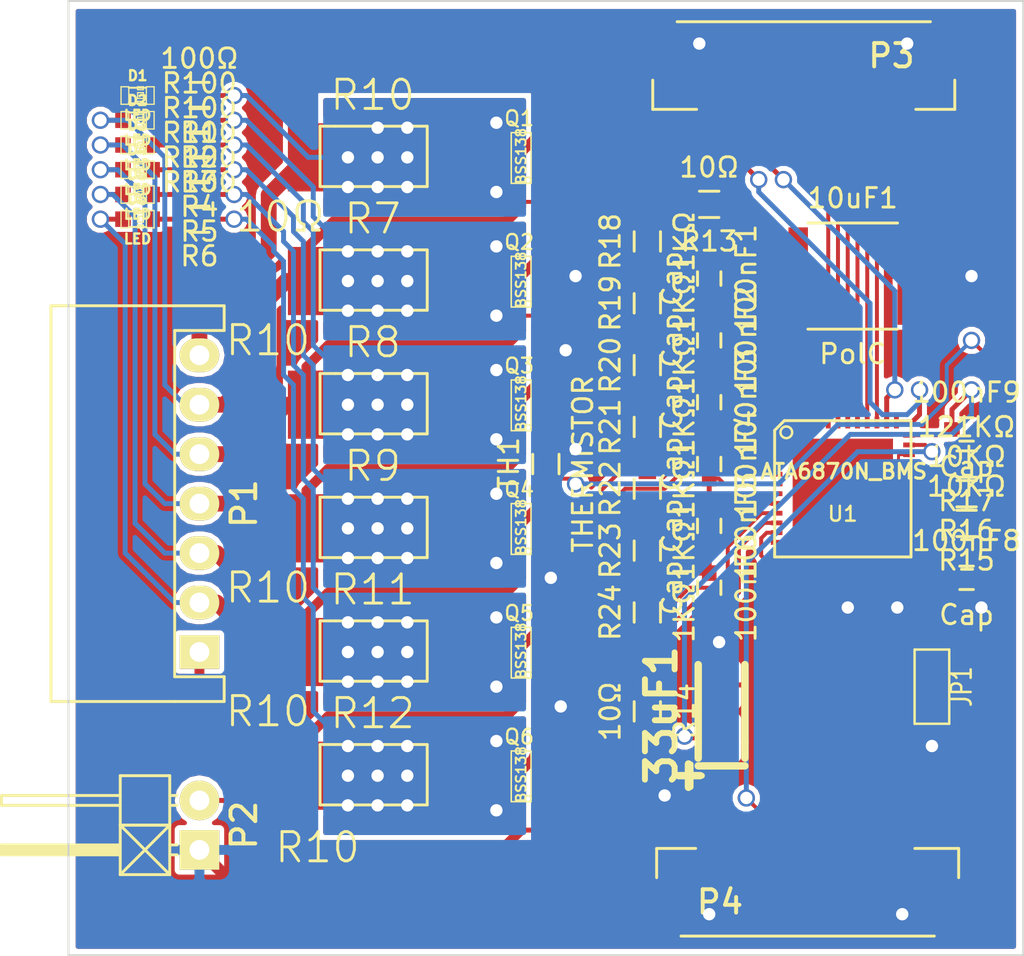
<source format=kicad_pcb>
(kicad_pcb (version 4) (host pcbnew "(2014-10-01 BZR 5160)-product")
  (title_block (title "BMS slave Prototype") (rev 1))
  (layers (0 F.Cu signal) (31 B.Cu signal) (34 B.Paste user) (35 F.Paste user) (36 B.SilkS user) (37 F.SilkS user) (38 B.Mask user) (39 F.Mask user) (44 Edge.Cuts user))
  (net 0 "")
  (net 1 +BATT)
  (net 2 GND)
  (net 3 +3.3V)
  (net 4 "Net-(100nF1-Pad1)")
  (net 5 "Net-(100nF1-Pad2)")
  (net 6 "Net-(100nF2-Pad2)")
  (net 7 "Net-(100nF3-Pad2)")
  (net 8 "Net-(100nF4-Pad2)")
  (net 9 "Net-(100nF5-Pad2)")
  (net 10 "Net-(100nF8-Pad1)")
  (net 11 "Net-(D1-Pad1)")
  (net 12 "Net-(D1-Pad2)")
  (net 13 "Net-(D2-Pad1)")
  (net 14 "Net-(D2-Pad2)")
  (net 15 "Net-(D3-Pad1)")
  (net 16 "Net-(D3-Pad2)")
  (net 17 "Net-(D4-Pad1)")
  (net 18 "Net-(D4-Pad2)")
  (net 19 "Net-(D5-Pad1)")
  (net 20 "Net-(D5-Pad2)")
  (net 21 "Net-(D6-Pad1)")
  (net 22 "Net-(D6-Pad2)")
  (net 23 "Net-(JP1-Pad2)")
  (net 24 "Net-(P1-Pad1)")
  (net 25 "Net-(P2-Pad2)")
  (net 26 "Net-(P3-Pad1)")
  (net 27 "Net-(P3-Pad2)")
  (net 28 "Net-(P3-Pad3)")
  (net 29 "Net-(P3-Pad4)")
  (net 30 "Net-(P3-Pad5)")
  (net 31 "Net-(P3-Pad6)")
  (net 32 "Net-(P3-Pad7)")
  (net 33 "Net-(P3-Pad8)")
  (net 34 "Net-(P4-Pad4)")
  (net 35 "Net-(P4-Pad5)")
  (net 36 "Net-(P4-Pad6)")
  (net 37 "Net-(P4-Pad7)")
  (net 38 "Net-(P4-Pad8)")
  (net 39 "Net-(P4-Pad9)")
  (net 40 "Net-(R15-Pad1)")
  (net 41 "Net-(R16-Pad2)")
  (net 42 "Net-(R17-Pad2)")
  (net 43 "Net-(100nF6-Pad2)")
  (net 44 /DISCH6)
  (net 45 /DISCH5)
  (net 46 /DISCH4)
  (net 47 /DISCH3)
  (net 48 /DISCH2)
  (net 49 /DISCH1)
  (net 50 "Net-(Q1-Pad3)")
  (net 51 "Net-(Q2-Pad3)")
  (net 52 "Net-(Q3-Pad3)")
  (net 53 "Net-(Q4-Pad3)")
  (net 54 "Net-(Q5-Pad3)")
  (net 55 "Net-(Q6-Pad3)")
  (net 56 "Net-(P4-Pad3)")
  (module Pin_Header_Angled_1x07 (layer F.Cu) (at 172.72 130.81 90)
    (fp_text reference P1 (at 0 2.286 90) (layer F.SilkS) (effects (font (size 1.27 1.27) (thickness 0.2032))))
    (fp_text value CONN_01X07 hide)
    (pad 1 thru_hole rect (at -7.62 0 90) (size 1.7272 2.032) (drill 1.016) (layers *.Cu *.Mask F.SilkS) (net 24 "Net-(P1-Pad1)"))
    (pad 2 thru_hole oval (at -5.08 0 90) (size 1.7272 2.032) (drill 1.016) (layers *.Cu *.Mask F.SilkS) (net 21 "Net-(D6-Pad1)"))
    (pad 3 thru_hole oval (at -2.54 0 90) (size 1.7272 2.032) (drill 1.016) (layers *.Cu *.Mask F.SilkS) (net 19 "Net-(D5-Pad1)"))
    (pad 4 thru_hole oval (at 0 0 90) (size 1.7272 2.032) (drill 1.016) (layers *.Cu *.Mask F.SilkS) (net 17 "Net-(D4-Pad1)"))
    (pad 5 thru_hole oval (at 2.54 0 90) (size 1.7272 2.032) (drill 1.016) (layers *.Cu *.Mask F.SilkS) (net 15 "Net-(D3-Pad1)"))
    (pad 6 thru_hole oval (at 5.08 0 90) (size 1.7272 2.032) (drill 1.016) (layers *.Cu *.Mask F.SilkS) (net 13 "Net-(D2-Pad1)"))
    (pad 7 thru_hole oval (at 7.62 0 90) (size 1.7272 2.032) (drill 1.016) (layers *.Cu *.Mask F.SilkS) (net 11 "Net-(D1-Pad1)"))
  )
  (module Capacitors_SMD:C_2220 (layer F.Cu) (at 206.248 119.126)
    (fp_text reference 10uF1 (at 0 -4) (layer F.SilkS))
    (fp_text value PolC (at 0 4) (layer F.SilkS))
    (pad 1 smd rect (at -2.8 0) (size 1 5) (layers F.Cu F.Paste F.Mask) (net 1 +BATT))
    (pad 2 smd rect (at 2.8 0) (size 1 5) (layers F.Cu F.Paste F.Mask) (net 2 GND))
  )
  (module Capacitors_Tantalum_SMD:TantalC_SizeA_EIA-3216_Reflow (layer F.Cu) (at 199.517 141.478 90)
    (fp_text reference 33uF1 (at -0.20066 -3.0988 90) (layer F.SilkS) (effects (font (thickness 0.3048))))
    (fp_text value PolC hide)
    (fp_text user + (at -3.29946 -1.69926 90) (layer F.SilkS) (effects (font (thickness 0.3048))))
    (pad 2 smd rect (at 1.3589 0 90) (size 1.95072 1.50114) (layers F.Cu F.Paste F.Mask) (net 2 GND))
    (pad 1 smd rect (at -1.3589 0 90) (size 1.95072 1.50114) (layers F.Cu F.Paste F.Mask) (net 3 +3.3V))
  )
  (module Capacitors_SMD:C_0603 (layer F.Cu) (at 198.882 119.253 270)
    (fp_text reference 100nF1 (at 0 -1.9 270) (layer F.SilkS))
    (fp_text value Cap (at 0 1.9 270) (layer F.SilkS))
    (pad 1 smd rect (at -0.75 0 270) (size 0.8 0.75) (layers F.Cu F.Paste F.Mask) (net 4 "Net-(100nF1-Pad1)"))
    (pad 2 smd rect (at 0.75 0 270) (size 0.8 0.75) (layers F.Cu F.Paste F.Mask) (net 5 "Net-(100nF1-Pad2)"))
  )
  (module Capacitors_SMD:C_0603 (layer F.Cu) (at 198.882 122.428 270)
    (fp_text reference 100nF2 (at 0 -1.9 270) (layer F.SilkS))
    (fp_text value Cap (at 0 1.9 270) (layer F.SilkS))
    (pad 1 smd rect (at -0.75 0 270) (size 0.8 0.75) (layers F.Cu F.Paste F.Mask) (net 5 "Net-(100nF1-Pad2)"))
    (pad 2 smd rect (at 0.75 0 270) (size 0.8 0.75) (layers F.Cu F.Paste F.Mask) (net 6 "Net-(100nF2-Pad2)"))
  )
  (module Capacitors_SMD:C_0603 (layer F.Cu) (at 198.882 125.603 270)
    (fp_text reference 100nF3 (at 0 -1.9 270) (layer F.SilkS))
    (fp_text value Cap (at 0 1.9 270) (layer F.SilkS))
    (pad 1 smd rect (at -0.75 0 270) (size 0.8 0.75) (layers F.Cu F.Paste F.Mask) (net 6 "Net-(100nF2-Pad2)"))
    (pad 2 smd rect (at 0.75 0 270) (size 0.8 0.75) (layers F.Cu F.Paste F.Mask) (net 7 "Net-(100nF3-Pad2)"))
  )
  (module Capacitors_SMD:C_0603 (layer F.Cu) (at 198.882 128.778 270)
    (fp_text reference 100nF4 (at 0 -1.9 270) (layer F.SilkS))
    (fp_text value Cap (at 0 1.9 270) (layer F.SilkS))
    (pad 1 smd rect (at -0.75 0 270) (size 0.8 0.75) (layers F.Cu F.Paste F.Mask) (net 7 "Net-(100nF3-Pad2)"))
    (pad 2 smd rect (at 0.75 0 270) (size 0.8 0.75) (layers F.Cu F.Paste F.Mask) (net 8 "Net-(100nF4-Pad2)"))
  )
  (module Capacitors_SMD:C_0603 (layer F.Cu) (at 198.882 131.953 270)
    (fp_text reference 100nF5 (at 0 -1.9 270) (layer F.SilkS))
    (fp_text value Cap (at 0 1.9 270) (layer F.SilkS))
    (pad 1 smd rect (at -0.75 0 270) (size 0.8 0.75) (layers F.Cu F.Paste F.Mask) (net 8 "Net-(100nF4-Pad2)"))
    (pad 2 smd rect (at 0.75 0 270) (size 0.8 0.75) (layers F.Cu F.Paste F.Mask) (net 9 "Net-(100nF5-Pad2)"))
  )
  (module Capacitors_SMD:C_0603 (layer F.Cu) (at 198.882 135.128 270)
    (fp_text reference 100nF6 (at 0 -1.9 270) (layer F.SilkS))
    (fp_text value Cap (at 0 1.9 270) (layer F.SilkS))
    (pad 1 smd rect (at -0.75 0 270) (size 0.8 0.75) (layers F.Cu F.Paste F.Mask) (net 9 "Net-(100nF5-Pad2)"))
    (pad 2 smd rect (at 0.75 0 270) (size 0.8 0.75) (layers F.Cu F.Paste F.Mask) (net 43 "Net-(100nF6-Pad2)"))
  )
  (module Capacitors_SMD:C_0603 (layer F.Cu) (at 212.09 134.62)
    (fp_text reference 100nF8 (at 0 -1.9) (layer F.SilkS))
    (fp_text value Cap (at 0 1.9) (layer F.SilkS))
    (pad 1 smd rect (at -0.75 0) (size 0.8 0.75) (layers F.Cu F.Paste F.Mask) (net 10 "Net-(100nF8-Pad1)"))
    (pad 2 smd rect (at 0.75 0) (size 0.8 0.75) (layers F.Cu F.Paste F.Mask) (net 2 GND))
  )
  (module Capacitors_SMD:C_0603 (layer F.Cu) (at 212.09 127)
    (fp_text reference 100nF9 (at 0 -1.9) (layer F.SilkS))
    (fp_text value Cap (at 0 1.9) (layer F.SilkS))
    (pad 1 smd rect (at -0.75 0) (size 0.8 0.75) (layers F.Cu F.Paste F.Mask) (net 3 +3.3V))
    (pad 2 smd rect (at 0.75 0) (size 0.8 0.75) (layers F.Cu F.Paste F.Mask) (net 2 GND))
  )
  (module LEDs:LED-0603 (layer F.Cu) (at 169.545 109.855)
    (fp_text reference D1 (at 0 -1.016) (layer F.SilkS) (effects (font (size 0.508 0.508) (thickness 0.127))))
    (fp_text value LED (at 0 1.016) (layer F.SilkS) (effects (font (size 0.508 0.508) (thickness 0.127))))
    (pad 1 smd rect (at -0.7493 0) (size 0.79756 0.79756) (layers F.Cu F.Paste F.Mask) (net 11 "Net-(D1-Pad1)"))
    (pad 2 smd rect (at 0.7493 0) (size 0.79756 0.79756) (layers F.Cu F.Paste F.Mask) (net 12 "Net-(D1-Pad2)"))
  )
  (module LEDs:LED-0603 (layer F.Cu) (at 169.545 111.125)
    (fp_text reference D2 (at 0 -1.016) (layer F.SilkS) (effects (font (size 0.508 0.508) (thickness 0.127))))
    (fp_text value LED (at 0 1.016) (layer F.SilkS) (effects (font (size 0.508 0.508) (thickness 0.127))))
    (pad 1 smd rect (at -0.7493 0) (size 0.79756 0.79756) (layers F.Cu F.Paste F.Mask) (net 13 "Net-(D2-Pad1)"))
    (pad 2 smd rect (at 0.7493 0) (size 0.79756 0.79756) (layers F.Cu F.Paste F.Mask) (net 14 "Net-(D2-Pad2)"))
  )
  (module LEDs:LED-0603 (layer F.Cu) (at 169.545 112.395)
    (fp_text reference D3 (at 0 -1.016) (layer F.SilkS) (effects (font (size 0.508 0.508) (thickness 0.127))))
    (fp_text value LED (at 0 1.016) (layer F.SilkS) (effects (font (size 0.508 0.508) (thickness 0.127))))
    (pad 1 smd rect (at -0.7493 0) (size 0.79756 0.79756) (layers F.Cu F.Paste F.Mask) (net 15 "Net-(D3-Pad1)"))
    (pad 2 smd rect (at 0.7493 0) (size 0.79756 0.79756) (layers F.Cu F.Paste F.Mask) (net 16 "Net-(D3-Pad2)"))
  )
  (module LEDs:LED-0603 (layer F.Cu) (at 169.545 113.665)
    (fp_text reference D4 (at 0 -1.016) (layer F.SilkS) (effects (font (size 0.508 0.508) (thickness 0.127))))
    (fp_text value LED (at 0 1.016) (layer F.SilkS) (effects (font (size 0.508 0.508) (thickness 0.127))))
    (pad 1 smd rect (at -0.7493 0) (size 0.79756 0.79756) (layers F.Cu F.Paste F.Mask) (net 17 "Net-(D4-Pad1)"))
    (pad 2 smd rect (at 0.7493 0) (size 0.79756 0.79756) (layers F.Cu F.Paste F.Mask) (net 18 "Net-(D4-Pad2)"))
  )
  (module LEDs:LED-0603 (layer F.Cu) (at 169.545 114.935)
    (fp_text reference D5 (at 0 -1.016) (layer F.SilkS) (effects (font (size 0.508 0.508) (thickness 0.127))))
    (fp_text value LED (at 0 1.016) (layer F.SilkS) (effects (font (size 0.508 0.508) (thickness 0.127))))
    (pad 1 smd rect (at -0.7493 0) (size 0.79756 0.79756) (layers F.Cu F.Paste F.Mask) (net 19 "Net-(D5-Pad1)"))
    (pad 2 smd rect (at 0.7493 0) (size 0.79756 0.79756) (layers F.Cu F.Paste F.Mask) (net 20 "Net-(D5-Pad2)"))
  )
  (module LEDs:LED-0603 (layer F.Cu) (at 169.545 116.205)
    (fp_text reference D6 (at 0 -1.016) (layer F.SilkS) (effects (font (size 0.508 0.508) (thickness 0.127))))
    (fp_text value LED (at 0 1.016) (layer F.SilkS) (effects (font (size 0.508 0.508) (thickness 0.127))))
    (pad 1 smd rect (at -0.7493 0) (size 0.79756 0.79756) (layers F.Cu F.Paste F.Mask) (net 21 "Net-(D6-Pad1)"))
    (pad 2 smd rect (at 0.7493 0) (size 0.79756 0.79756) (layers F.Cu F.Paste F.Mask) (net 22 "Net-(D6-Pad2)"))
  )
  (module Connect:GS3 (layer F.Cu) (at 210.312 140.208)
    (fp_text reference JP1 (at 1.524 0 90) (layer F.SilkS) (effects (font (size 1.016 0.762) (thickness 0.127))))
    (fp_text value JUMPER3 hide)
    (pad 1 smd rect (at 0 -1.27) (size 1.27 0.9652) (layers F.Cu F.Paste F.Mask) (net 10 "Net-(100nF8-Pad1)"))
    (pad 2 smd rect (at 0 0) (size 1.27 0.9652) (layers F.Cu F.Paste F.Mask) (net 23 "Net-(JP1-Pad2)"))
    (pad 3 smd rect (at 0 1.27) (size 1.27 0.9652) (layers F.Cu F.Paste F.Mask) (net 2 GND))
  )
  (module Pin_Headers:Pin_Header_Angled_1x02 (layer F.Cu) (at 172.72 147.32 90)
    (fp_text reference P2 (at 0 2.286 90) (layer F.SilkS) (effects (font (size 1.27 1.27) (thickness 0.2032))))
    (fp_text value EXT-TMP hide)
    (pad 1 thru_hole rect (at -1.27 0 90) (size 2.032 2.032) (drill 1.016) (layers *.Cu *.Mask F.SilkS) (net 2 GND))
    (pad 2 thru_hole oval (at 1.27 0 90) (size 2.032 2.032) (drill 1.016) (layers *.Cu *.Mask F.SilkS) (net 25 "Net-(P2-Pad2)"))
  )
  (module Resistors_SMD:R_0603 (layer F.Cu) (at 172.72 109.855 180)
    (fp_text reference R1 (at 0 -1.9 180) (layer F.SilkS))
    (fp_text value 100Ω (at 0 1.9 180) (layer F.SilkS))
    (pad 1 smd rect (at -0.75 0 180) (size 0.5 0.9) (layers F.Cu F.Paste F.Mask) (net 50 "Net-(Q1-Pad3)"))
    (pad 2 smd rect (at 0.75 0 180) (size 0.5 0.9) (layers F.Cu F.Paste F.Mask) (net 12 "Net-(D1-Pad2)"))
  )
  (module Resistors_SMD:R_0603 (layer F.Cu) (at 172.72 111.125 180)
    (fp_text reference R2 (at 0 -1.9 180) (layer F.SilkS))
    (fp_text value R100 (at 0 1.9 180) (layer F.SilkS))
    (pad 1 smd rect (at -0.75 0 180) (size 0.5 0.9) (layers F.Cu F.Paste F.Mask) (net 51 "Net-(Q2-Pad3)"))
    (pad 2 smd rect (at 0.75 0 180) (size 0.5 0.9) (layers F.Cu F.Paste F.Mask) (net 14 "Net-(D2-Pad2)"))
  )
  (module Resistors_SMD:R_0603 (layer F.Cu) (at 172.72 112.395 180)
    (fp_text reference R3 (at 0 -1.9 180) (layer F.SilkS))
    (fp_text value R100 (at 0 1.9 180) (layer F.SilkS))
    (pad 1 smd rect (at -0.75 0 180) (size 0.5 0.9) (layers F.Cu F.Paste F.Mask) (net 52 "Net-(Q3-Pad3)"))
    (pad 2 smd rect (at 0.75 0 180) (size 0.5 0.9) (layers F.Cu F.Paste F.Mask) (net 16 "Net-(D3-Pad2)"))
  )
  (module Resistors_SMD:R_0603 (layer F.Cu) (at 172.72 113.665 180)
    (fp_text reference R4 (at 0 -1.9 180) (layer F.SilkS))
    (fp_text value R100 (at 0 1.9 180) (layer F.SilkS))
    (pad 1 smd rect (at -0.75 0 180) (size 0.5 0.9) (layers F.Cu F.Paste F.Mask) (net 53 "Net-(Q4-Pad3)"))
    (pad 2 smd rect (at 0.75 0 180) (size 0.5 0.9) (layers F.Cu F.Paste F.Mask) (net 18 "Net-(D4-Pad2)"))
  )
  (module Resistors_SMD:R_0603 (layer F.Cu) (at 172.72 114.935 180)
    (fp_text reference R5 (at 0 -1.9 180) (layer F.SilkS))
    (fp_text value R100 (at 0 1.9 180) (layer F.SilkS))
    (pad 1 smd rect (at -0.75 0 180) (size 0.5 0.9) (layers F.Cu F.Paste F.Mask) (net 54 "Net-(Q5-Pad3)"))
    (pad 2 smd rect (at 0.75 0 180) (size 0.5 0.9) (layers F.Cu F.Paste F.Mask) (net 20 "Net-(D5-Pad2)"))
  )
  (module Resistors_SMD:R_0603 (layer F.Cu) (at 172.72 116.205 180)
    (fp_text reference R6 (at 0 -1.9 180) (layer F.SilkS))
    (fp_text value R100 (at 0 1.9 180) (layer F.SilkS))
    (pad 1 smd rect (at -0.75 0 180) (size 0.5 0.9) (layers F.Cu F.Paste F.Mask) (net 55 "Net-(Q6-Pad3)"))
    (pad 2 smd rect (at 0.75 0 180) (size 0.5 0.9) (layers F.Cu F.Paste F.Mask) (net 22 "Net-(D6-Pad2)"))
  )
  (module MasCustomParts:R_3521 (layer F.Cu) (at 181.61 119.38)
    (fp_text reference R7 (at 0 -3.2) (layer F.SilkS) (effects (font (size 1.5 1.5))))
    (fp_text value R10 (at -5.3706 3.0502) (layer F.SilkS) (effects (font (size 1.5 1.5))))
    (pad 1 smd rect (at -3.4 0) (size 1.9 3.5) (layers F.Cu F.Paste F.Mask) (net 13 "Net-(D2-Pad1)"))
    (pad 2 smd rect (at 3.5 0) (size 1.9 3.5) (layers F.Cu F.Paste F.Mask) (net 51 "Net-(Q2-Pad3)"))
  )
  (module MasCustomParts:R_3521 (layer F.Cu) (at 181.61 125.73)
    (fp_text reference R8 (at 0 -3.2) (layer F.SilkS) (effects (font (size 1.5 1.5))))
    (fp_text value R10 hide)
    (pad 1 smd rect (at -3.4 0) (size 1.9 3.5) (layers F.Cu F.Paste F.Mask) (net 15 "Net-(D3-Pad1)"))
    (pad 2 smd rect (at 3.5 0) (size 1.9 3.5) (layers F.Cu F.Paste F.Mask) (net 52 "Net-(Q3-Pad3)"))
  )
  (module MasCustomParts:R_3521 (layer F.Cu) (at 181.61 132.08)
    (fp_text reference R9 (at 0 -3.2) (layer F.SilkS) (effects (font (size 1.5 1.5))))
    (fp_text value R10 (at -5.3706 3.0502) (layer F.SilkS) (effects (font (size 1.5 1.5))))
    (pad 1 smd rect (at -3.4 0) (size 1.9 3.5) (layers F.Cu F.Paste F.Mask) (net 17 "Net-(D4-Pad1)"))
    (pad 2 smd rect (at 3.5 0) (size 1.9 3.5) (layers F.Cu F.Paste F.Mask) (net 53 "Net-(Q4-Pad3)"))
  )
  (module MasCustomParts:R_3521 (layer F.Cu) (at 181.61 113.03)
    (fp_text reference R10 (at 0 -3.2) (layer F.SilkS) (effects (font (size 1.5 1.5))))
    (fp_text value 10Ω (at -4.7356 3.0502) (layer F.SilkS) (effects (font (size 1.5 1.5))))
    (pad 1 smd rect (at -3.4 0) (size 1.9 3.5) (layers F.Cu F.Paste F.Mask) (net 11 "Net-(D1-Pad1)"))
    (pad 2 smd rect (at 3.5 0) (size 1.9 3.5) (layers F.Cu F.Paste F.Mask) (net 50 "Net-(Q1-Pad3)"))
  )
  (module MasCustomParts:R_3521 (layer F.Cu) (at 181.61 138.43)
    (fp_text reference R11 (at 0 -3.2) (layer F.SilkS) (effects (font (size 1.5 1.5))))
    (fp_text value R10 (at -5.3706 3.0502) (layer F.SilkS) (effects (font (size 1.5 1.5))))
    (pad 1 smd rect (at -3.4 0) (size 1.9 3.5) (layers F.Cu F.Paste F.Mask) (net 19 "Net-(D5-Pad1)"))
    (pad 2 smd rect (at 3.5 0) (size 1.9 3.5) (layers F.Cu F.Paste F.Mask) (net 54 "Net-(Q5-Pad3)"))
  )
  (module MasCustomParts:R_3521 (layer F.Cu) (at 181.61 144.78)
    (fp_text reference R12 (at 0 -3.2) (layer F.SilkS) (effects (font (size 1.5 1.5))))
    (fp_text value R10 (at -2.8306 3.6852) (layer F.SilkS) (effects (font (size 1.5 1.5))))
    (pad 1 smd rect (at -3.4 0) (size 1.9 3.5) (layers F.Cu F.Paste F.Mask) (net 21 "Net-(D6-Pad1)"))
    (pad 2 smd rect (at 3.5 0) (size 1.9 3.5) (layers F.Cu F.Paste F.Mask) (net 55 "Net-(Q6-Pad3)"))
  )
  (module Resistors_SMD:R_0603 (layer F.Cu) (at 198.882 115.443 180)
    (fp_text reference R13 (at 0 -1.9 180) (layer F.SilkS))
    (fp_text value 10Ω (at 0 1.9 180) (layer F.SilkS))
    (pad 1 smd rect (at -0.75 0 180) (size 0.5 0.9) (layers F.Cu F.Paste F.Mask) (net 1 +BATT))
    (pad 2 smd rect (at 0.75 0 180) (size 0.5 0.9) (layers F.Cu F.Paste F.Mask) (net 11 "Net-(D1-Pad1)"))
  )
  (module Resistors_SMD:R_0603 (layer F.Cu) (at 195.707 141.478 270)
    (fp_text reference R14 (at 0 -1.9 270) (layer F.SilkS))
    (fp_text value 10Ω (at 0 1.9 270) (layer F.SilkS))
    (pad 1 smd rect (at -0.75 0 270) (size 0.5 0.9) (layers F.Cu F.Paste F.Mask) (net 2 GND))
    (pad 2 smd rect (at 0.75 0 270) (size 0.5 0.9) (layers F.Cu F.Paste F.Mask) (net 24 "Net-(P1-Pad1)"))
  )
  (module Resistors_SMD:R_0603 (layer F.Cu) (at 212.09 131.826 180)
    (fp_text reference R15 (at 0 -1.9 180) (layer F.SilkS))
    (fp_text value 10KΩ (at 0 1.9 180) (layer F.SilkS))
    (pad 1 smd rect (at -0.75 0 180) (size 0.5 0.9) (layers F.Cu F.Paste F.Mask) (net 40 "Net-(R15-Pad1)"))
    (pad 2 smd rect (at 0.75 0 180) (size 0.5 0.9) (layers F.Cu F.Paste F.Mask) (net 25 "Net-(P2-Pad2)"))
  )
  (module Resistors_SMD:R_0603 (layer F.Cu) (at 212.09 130.302 180)
    (fp_text reference R16 (at 0 -1.9 180) (layer F.SilkS))
    (fp_text value 10KΩ (at 0 1.9 180) (layer F.SilkS))
    (pad 1 smd rect (at -0.75 0 180) (size 0.5 0.9) (layers F.Cu F.Paste F.Mask) (net 40 "Net-(R15-Pad1)"))
    (pad 2 smd rect (at 0.75 0 180) (size 0.5 0.9) (layers F.Cu F.Paste F.Mask) (net 41 "Net-(R16-Pad2)"))
  )
  (module Resistors_SMD:R_0603 (layer F.Cu) (at 212.09 128.778 180)
    (fp_text reference R17 (at 0 -1.9 180) (layer F.SilkS))
    (fp_text value 121KΩ (at 0 1.9 180) (layer F.SilkS))
    (pad 1 smd rect (at -0.75 0 180) (size 0.5 0.9) (layers F.Cu F.Paste F.Mask) (net 2 GND))
    (pad 2 smd rect (at 0.75 0 180) (size 0.5 0.9) (layers F.Cu F.Paste F.Mask) (net 42 "Net-(R17-Pad2)"))
  )
  (module Resistors_SMD:R_0603 (layer F.Cu) (at 190.5 128.778 90)
    (fp_text reference TH1 (at 0 -1.9 90) (layer F.SilkS))
    (fp_text value THERMISTOR (at 0 1.9 90) (layer F.SilkS))
    (pad 1 smd rect (at -0.75 0 90) (size 0.5 0.9) (layers F.Cu F.Paste F.Mask) (net 41 "Net-(R16-Pad2)"))
    (pad 2 smd rect (at 0.75 0 90) (size 0.5 0.9) (layers F.Cu F.Paste F.Mask) (net 2 GND))
  )
  (module SMD_Packages:QFN-48-1EP (layer F.Cu) (at 205.74 130.048)
    (fp_text reference U1 (at -0.01016 1.29032) (layer F.SilkS) (effects (font (size 0.762 0.762) (thickness 0.127))))
    (fp_text value ATA6870N_BMS (at 0.0508 -0.889) (layer F.SilkS) (effects (font (size 0.762 0.762) (thickness 0.1524))))
    (pad 1 smd rect (at -3.39852 -2.74828) (size 0.59944 0.24892) (layers F.Cu F.Paste F.Mask) (net 45 /DISCH5))
    (pad 2 smd rect (at -3.39852 -2.2479) (size 0.59944 0.24892) (layers F.Cu F.Paste F.Mask) (net 6 "Net-(100nF2-Pad2)"))
    (pad 3 smd rect (at -3.39852 -1.74752) (size 0.59944 0.24892) (layers F.Cu F.Paste F.Mask) (net 46 /DISCH4))
    (pad 4 smd rect (at -3.39852 -1.24714) (size 0.59944 0.24892) (layers F.Cu F.Paste F.Mask) (net 7 "Net-(100nF3-Pad2)"))
    (pad 5 smd rect (at -3.39852 -0.7493) (size 0.59944 0.24892) (layers F.Cu F.Paste F.Mask) (net 47 /DISCH3))
    (pad 6 smd rect (at -3.39852 -0.24892) (size 0.59944 0.24892) (layers F.Cu F.Paste F.Mask) (net 8 "Net-(100nF4-Pad2)"))
    (pad 7 smd rect (at -3.39852 0.25146) (size 0.59944 0.24892) (layers F.Cu F.Paste F.Mask) (net 48 /DISCH2))
    (pad 8 smd rect (at -3.39852 0.75184) (size 0.59944 0.24892) (layers F.Cu F.Paste F.Mask) (net 9 "Net-(100nF5-Pad2)"))
    (pad 9 smd rect (at -3.39852 1.25222) (size 0.59944 0.24892) (layers F.Cu F.Paste F.Mask) (net 49 /DISCH1))
    (pad 10 smd rect (at -3.39852 1.7526) (size 0.59944 0.24892) (layers F.Cu F.Paste F.Mask) (net 43 "Net-(100nF6-Pad2)"))
    (pad 11 smd rect (at -3.39852 2.25298) (size 0.59944 0.24892) (layers F.Cu F.Paste F.Mask) (net 34 "Net-(P4-Pad4)"))
    (pad 12 smd rect (at -3.39852 2.75082) (size 0.59944 0.24892) (layers F.Cu F.Paste F.Mask) (net 35 "Net-(P4-Pad5)"))
    (pad 33 smd rect (at 3.39852 -1.25222) (size 0.59944 0.24892) (layers F.Cu F.Paste F.Mask))
    (pad 34 smd rect (at 3.39852 -1.75006) (size 0.59944 0.24892) (layers F.Cu F.Paste F.Mask) (net 10 "Net-(100nF8-Pad1)"))
    (pad 35 smd rect (at 3.39852 -2.25044) (size 0.59944 0.24892) (layers F.Cu F.Paste F.Mask) (net 56 "Net-(P4-Pad3)"))
    (pad 36 smd rect (at 3.39852 -2.75082) (size 0.59944 0.24892) (layers F.Cu F.Paste F.Mask) (net 3 +3.3V))
    (pad 17 smd rect (at -0.7493 3.40106) (size 0.24892 0.59944) (layers F.Cu F.Paste F.Mask) (net 23 "Net-(JP1-Pad2)"))
    (pad 18 smd rect (at -0.25 3.4) (size 0.24892 0.59944) (layers F.Cu F.Paste F.Mask))
    (pad 19 smd rect (at 0.24892 3.40106) (size 0.24892 0.59944) (layers F.Cu F.Paste F.Mask) (net 2 GND))
    (pad 20 smd rect (at 0.7493 3.40106) (size 0.24892 0.59944) (layers F.Cu F.Paste F.Mask) (net 2 GND))
    (pad 21 smd rect (at 1.24968 3.40106) (size 0.24892 0.59944) (layers F.Cu F.Paste F.Mask) (net 2 GND))
    (pad 22 smd rect (at 1.75006 3.40106) (size 0.24892 0.59944) (layers F.Cu F.Paste F.Mask) (net 2 GND))
    (pad 23 smd rect (at 2.25044 3.40106) (size 0.24892 0.59944) (layers F.Cu F.Paste F.Mask) (net 10 "Net-(100nF8-Pad1)"))
    (pad 24 smd rect (at 2.75082 3.40106) (size 0.24892 0.59944) (layers F.Cu F.Paste F.Mask) (net 2 GND))
    (pad 13 smd rect (at -2.74828 3.40106) (size 0.24892 0.59944) (layers F.Cu F.Paste F.Mask) (net 36 "Net-(P4-Pad6)"))
    (pad 14 smd rect (at -2.2479 3.40106) (size 0.24892 0.59944) (layers F.Cu F.Paste F.Mask) (net 37 "Net-(P4-Pad7)"))
    (pad 15 smd rect (at -1.74752 3.40106) (size 0.24892 0.59944) (layers F.Cu F.Paste F.Mask) (net 38 "Net-(P4-Pad8)"))
    (pad 16 smd rect (at -1.24968 3.40106) (size 0.24892 0.59944) (layers F.Cu F.Paste F.Mask) (net 39 "Net-(P4-Pad9)"))
    (pad 25 smd rect (at 3.39852 2.74828) (size 0.59944 0.24892) (layers F.Cu F.Paste F.Mask))
    (pad 26 smd rect (at 3.40106 2.2479) (size 0.59944 0.24892) (layers F.Cu F.Paste F.Mask) (net 10 "Net-(100nF8-Pad1)"))
    (pad 27 smd rect (at 3.40106 1.75006) (size 0.59944 0.24892) (layers F.Cu F.Paste F.Mask) (net 2 GND))
    (pad 28 smd rect (at 3.40106 1.24968) (size 0.59944 0.24892) (layers F.Cu F.Paste F.Mask) (net 2 GND))
    (pad 29 smd rect (at 3.40106 0.7493) (size 0.59944 0.24892) (layers F.Cu F.Paste F.Mask) (net 25 "Net-(P2-Pad2)"))
    (pad 30 smd rect (at 3.40106 0.24892) (size 0.59944 0.24892) (layers F.Cu F.Paste F.Mask) (net 41 "Net-(R16-Pad2)"))
    (pad 31 smd rect (at 3.40106 -0.25146) (size 0.59944 0.24892) (layers F.Cu F.Paste F.Mask) (net 40 "Net-(R15-Pad1)"))
    (pad 32 smd rect (at 3.40106 -0.75184) (size 0.59944 0.24892) (layers F.Cu F.Paste F.Mask) (net 42 "Net-(R17-Pad2)"))
    (pad 37 smd rect (at 2.75082 -3.39852) (size 0.24892 0.59944) (layers F.Cu F.Paste F.Mask) (net 33 "Net-(P3-Pad8)"))
    (pad 38 smd rect (at 2.25044 -3.39852) (size 0.24892 0.59944) (layers F.Cu F.Paste F.Mask) (net 32 "Net-(P3-Pad7)"))
    (pad 39 smd rect (at 1.75006 -3.39852) (size 0.24892 0.59944) (layers F.Cu F.Paste F.Mask) (net 26 "Net-(P3-Pad1)"))
    (pad 40 smd rect (at 1.25222 -3.39852) (size 0.24892 0.59944) (layers F.Cu F.Paste F.Mask) (net 27 "Net-(P3-Pad2)"))
    (pad 41 smd rect (at 0.75184 -3.39852) (size 0.24892 0.59944) (layers F.Cu F.Paste F.Mask) (net 28 "Net-(P3-Pad3)"))
    (pad 42 smd rect (at 0.25146 -3.39852) (size 0.24892 0.59944) (layers F.Cu F.Paste F.Mask) (net 29 "Net-(P3-Pad4)"))
    (pad 43 smd rect (at -0.24892 -3.39852) (size 0.24892 0.59944) (layers F.Cu F.Paste F.Mask) (net 30 "Net-(P3-Pad5)"))
    (pad 44 smd rect (at -0.7493 -3.39852) (size 0.24892 0.59944) (layers F.Cu F.Paste F.Mask) (net 31 "Net-(P3-Pad6)"))
    (pad 45 smd rect (at -1.24968 -3.39852) (size 0.24892 0.59944) (layers F.Cu F.Paste F.Mask) (net 1 +BATT))
    (pad 46 smd rect (at -1.75006 -3.39852) (size 0.24892 0.59944) (layers F.Cu F.Paste F.Mask) (net 4 "Net-(100nF1-Pad1)"))
    (pad 47 smd rect (at -2.2479 -3.39852) (size 0.24892 0.59944) (layers F.Cu F.Paste F.Mask) (net 44 /DISCH6))
    (pad 48 smd rect (at -2.74828 -3.39852) (size 0.24892 0.59944) (layers F.Cu F.Paste F.Mask) (net 5 "Net-(100nF1-Pad2)"))
    (pad 49 smd rect (at 0 0 270) (size 5.15 5.15) (layers F.Cu F.Paste F.Mask))
  )
  (module Resistors_SMD:R_0603 (layer F.Cu) (at 195.707 126.873 90)
    (fp_text reference R21 (at 0 -1.9 90) (layer F.SilkS))
    (fp_text value 1KΩ (at 0 1.9 90) (layer F.SilkS))
    (pad 1 smd rect (at -0.75 0 90) (size 0.5 0.9) (layers F.Cu F.Paste F.Mask) (net 7 "Net-(100nF3-Pad2)"))
    (pad 2 smd rect (at 0.75 0 90) (size 0.5 0.9) (layers F.Cu F.Paste F.Mask) (net 17 "Net-(D4-Pad1)"))
  )
  (module Resistors_SMD:R_0603 (layer F.Cu) (at 195.707 130.048 90)
    (fp_text reference R22 (at 0 -1.9 90) (layer F.SilkS))
    (fp_text value 1KΩ (at 0 1.9 90) (layer F.SilkS))
    (pad 1 smd rect (at -0.75 0 90) (size 0.5 0.9) (layers F.Cu F.Paste F.Mask) (net 8 "Net-(100nF4-Pad2)"))
    (pad 2 smd rect (at 0.75 0 90) (size 0.5 0.9) (layers F.Cu F.Paste F.Mask) (net 19 "Net-(D5-Pad1)"))
  )
  (module Resistors_SMD:R_0603 (layer F.Cu) (at 195.707 133.223 90)
    (fp_text reference R23 (at 0 -1.9 90) (layer F.SilkS))
    (fp_text value 1KΩ (at 0 1.9 90) (layer F.SilkS))
    (pad 1 smd rect (at -0.75 0 90) (size 0.5 0.9) (layers F.Cu F.Paste F.Mask) (net 9 "Net-(100nF5-Pad2)"))
    (pad 2 smd rect (at 0.75 0 90) (size 0.5 0.9) (layers F.Cu F.Paste F.Mask) (net 21 "Net-(D6-Pad1)"))
  )
  (module Resistors_SMD:R_0603 (layer F.Cu) (at 195.707 136.398 90)
    (fp_text reference R24 (at 0 -1.9 90) (layer F.SilkS))
    (fp_text value 1KΩ (at 0 1.9 90) (layer F.SilkS))
    (pad 1 smd rect (at -0.75 0 90) (size 0.5 0.9) (layers F.Cu F.Paste F.Mask) (net 43 "Net-(100nF6-Pad2)"))
    (pad 2 smd rect (at 0.75 0 90) (size 0.5 0.9) (layers F.Cu F.Paste F.Mask) (net 24 "Net-(P1-Pad1)"))
  )
  (module SOT-23 (layer F.Cu) (at 189.23 113.03 90)
    (fp_text reference Q1 (at 1.99898 -0.09906 180) (layer F.SilkS) (effects (font (size 0.762 0.762) (thickness 0.11938))))
    (fp_text value BSS138 (at 0.0635 0 90) (layer F.SilkS) (effects (font (size 0.50038 0.50038) (thickness 0.09906))))
    (pad 3 smd rect (at 0 -1.09982 90) (size 0.8001 1.00076) (layers F.Cu F.Paste F.Mask) (net 50 "Net-(Q1-Pad3)"))
    (pad 2 smd rect (at 0.9525 1.09982 90) (size 0.8001 1.00076) (layers F.Cu F.Paste F.Mask) (net 13 "Net-(D2-Pad1)"))
    (pad 1 smd rect (at -0.9525 1.09982 90) (size 0.8001 1.00076) (layers F.Cu F.Paste F.Mask) (net 44 /DISCH6))
  )
  (module SOT-23 (layer F.Cu) (at 189.23 119.38 90)
    (fp_text reference Q2 (at 1.99898 -0.09906 180) (layer F.SilkS) (effects (font (size 0.762 0.762) (thickness 0.11938))))
    (fp_text value BSS138 (at 0.0635 0 90) (layer F.SilkS) (effects (font (size 0.50038 0.50038) (thickness 0.09906))))
    (pad 3 smd rect (at 0 -1.09982 90) (size 0.8001 1.00076) (layers F.Cu F.Paste F.Mask) (net 51 "Net-(Q2-Pad3)"))
    (pad 2 smd rect (at 0.9525 1.09982 90) (size 0.8001 1.00076) (layers F.Cu F.Paste F.Mask) (net 15 "Net-(D3-Pad1)"))
    (pad 1 smd rect (at -0.9525 1.09982 90) (size 0.8001 1.00076) (layers F.Cu F.Paste F.Mask) (net 45 /DISCH5))
  )
  (module SOT-23 (layer F.Cu) (at 189.23 125.73 90)
    (fp_text reference Q3 (at 1.99898 -0.09906 180) (layer F.SilkS) (effects (font (size 0.762 0.762) (thickness 0.11938))))
    (fp_text value BSS138 (at 0.0635 0 90) (layer F.SilkS) (effects (font (size 0.50038 0.50038) (thickness 0.09906))))
    (pad 3 smd rect (at 0 -1.09982 90) (size 0.8001 1.00076) (layers F.Cu F.Paste F.Mask) (net 52 "Net-(Q3-Pad3)"))
    (pad 2 smd rect (at 0.9525 1.09982 90) (size 0.8001 1.00076) (layers F.Cu F.Paste F.Mask) (net 17 "Net-(D4-Pad1)"))
    (pad 1 smd rect (at -0.9525 1.09982 90) (size 0.8001 1.00076) (layers F.Cu F.Paste F.Mask) (net 46 /DISCH4))
  )
  (module SOT-23 (layer F.Cu) (at 189.23 132.08 90)
    (fp_text reference Q4 (at 1.99898 -0.09906 180) (layer F.SilkS) (effects (font (size 0.762 0.762) (thickness 0.11938))))
    (fp_text value BSS138 (at 0.0635 0 90) (layer F.SilkS) (effects (font (size 0.50038 0.50038) (thickness 0.09906))))
    (pad 3 smd rect (at 0 -1.09982 90) (size 0.8001 1.00076) (layers F.Cu F.Paste F.Mask) (net 53 "Net-(Q4-Pad3)"))
    (pad 2 smd rect (at 0.9525 1.09982 90) (size 0.8001 1.00076) (layers F.Cu F.Paste F.Mask) (net 19 "Net-(D5-Pad1)"))
    (pad 1 smd rect (at -0.9525 1.09982 90) (size 0.8001 1.00076) (layers F.Cu F.Paste F.Mask) (net 47 /DISCH3))
  )
  (module SOT-23 (layer F.Cu) (at 189.23 138.43 90)
    (fp_text reference Q5 (at 1.99898 -0.09906 180) (layer F.SilkS) (effects (font (size 0.762 0.762) (thickness 0.11938))))
    (fp_text value BSS138 (at 0.0635 0 90) (layer F.SilkS) (effects (font (size 0.50038 0.50038) (thickness 0.09906))))
    (pad 3 smd rect (at 0 -1.09982 90) (size 0.8001 1.00076) (layers F.Cu F.Paste F.Mask) (net 54 "Net-(Q5-Pad3)"))
    (pad 2 smd rect (at 0.9525 1.09982 90) (size 0.8001 1.00076) (layers F.Cu F.Paste F.Mask) (net 21 "Net-(D6-Pad1)"))
    (pad 1 smd rect (at -0.9525 1.09982 90) (size 0.8001 1.00076) (layers F.Cu F.Paste F.Mask) (net 48 /DISCH2))
  )
  (module SOT-23 (layer F.Cu) (at 189.23 144.78 90)
    (fp_text reference Q6 (at 1.99898 -0.09906 180) (layer F.SilkS) (effects (font (size 0.762 0.762) (thickness 0.11938))))
    (fp_text value BSS138 (at 0.0635 0 90) (layer F.SilkS) (effects (font (size 0.50038 0.50038) (thickness 0.09906))))
    (pad 3 smd rect (at 0 -1.09982 90) (size 0.8001 1.00076) (layers F.Cu F.Paste F.Mask) (net 55 "Net-(Q6-Pad3)"))
    (pad 2 smd rect (at 0.9525 1.09982 90) (size 0.8001 1.00076) (layers F.Cu F.Paste F.Mask) (net 24 "Net-(P1-Pad1)"))
    (pad 1 smd rect (at -0.9525 1.09982 90) (size 0.8001 1.00076) (layers F.Cu F.Paste F.Mask) (net 49 /DISCH1))
  )
  (module Resistors_SMD:R_0603 (layer F.Cu) (at 195.707 117.348 90)
    (fp_text reference R18 (at 0 -1.9 90) (layer F.SilkS))
    (fp_text value 1KΩ (at 0 1.9 90) (layer F.SilkS))
    (pad 1 smd rect (at -0.75 0 90) (size 0.5 0.9) (layers F.Cu F.Paste F.Mask) (net 4 "Net-(100nF1-Pad1)"))
    (pad 2 smd rect (at 0.75 0 90) (size 0.5 0.9) (layers F.Cu F.Paste F.Mask) (net 11 "Net-(D1-Pad1)"))
  )
  (module Resistors_SMD:R_0603 (layer F.Cu) (at 195.707 120.523 90)
    (fp_text reference R19 (at 0 -1.9 90) (layer F.SilkS))
    (fp_text value 1KΩ (at 0 1.9 90) (layer F.SilkS))
    (pad 1 smd rect (at -0.75 0 90) (size 0.5 0.9) (layers F.Cu F.Paste F.Mask) (net 5 "Net-(100nF1-Pad2)"))
    (pad 2 smd rect (at 0.75 0 90) (size 0.5 0.9) (layers F.Cu F.Paste F.Mask) (net 13 "Net-(D2-Pad1)"))
  )
  (module Resistors_SMD:R_0603 (layer F.Cu) (at 195.707 123.698 90)
    (fp_text reference R20 (at 0 -1.9 90) (layer F.SilkS))
    (fp_text value 1KΩ (at 0 1.9 90) (layer F.SilkS))
    (pad 1 smd rect (at -0.75 0 90) (size 0.5 0.9) (layers F.Cu F.Paste F.Mask) (net 6 "Net-(100nF2-Pad2)"))
    (pad 2 smd rect (at 0.75 0 90) (size 0.5 0.9) (layers F.Cu F.Paste F.Mask) (net 15 "Net-(D3-Pad1)"))
  )
  (module MasCustomParts:Connector_SMD_GH_SIDECONN_1X9_1.25MM_45515711ND (layer F.Cu) (at 203.835 107.315 180)
    (fp_text reference P3 (at -4.4 -0.5 180) (layer F.SilkS) (effects (font (size 1.2 1.2) (thickness 0.2))))
    (fp_text value CONN_01X09 hide)
    (pad 1 smd rect (at -5 -3.4 180) (size 0.7 1.7) (layers F.Cu F.Paste F.Mask) (net 26 "Net-(P3-Pad1)"))
    (pad "" smd rect (at -7.15 0 180) (size 1 2.8) (layers F.Cu F.Paste F.Mask))
    (pad 2 smd rect (at -3.75 -3.4 180) (size 0.7 1.7) (layers F.Cu F.Paste F.Mask) (net 27 "Net-(P3-Pad2)"))
    (pad 3 smd rect (at -2.5 -3.4 180) (size 0.7 1.7) (layers F.Cu F.Paste F.Mask) (net 28 "Net-(P3-Pad3)"))
    (pad 4 smd rect (at -1.25 -3.4 180) (size 0.7 1.7) (layers F.Cu F.Paste F.Mask) (net 29 "Net-(P3-Pad4)"))
    (pad 5 smd rect (at 0 -3.4 180) (size 0.7 1.7) (layers F.Cu F.Paste F.Mask) (net 30 "Net-(P3-Pad5)"))
    (pad 6 smd rect (at 1.25 -3.4 180) (size 0.7 1.7) (layers F.Cu F.Paste F.Mask) (net 31 "Net-(P3-Pad6)"))
    (pad 7 smd rect (at 2.5 -3.4 180) (size 0.7 1.7) (layers F.Cu F.Paste F.Mask) (net 32 "Net-(P3-Pad7)"))
    (pad 8 smd rect (at 3.75 -3.4 180) (size 0.7 1.7) (layers F.Cu F.Paste F.Mask) (net 33 "Net-(P3-Pad8)"))
    (pad 9 smd rect (at 5 -3.4 180) (size 0.7 1.7) (layers F.Cu F.Paste F.Mask) (net 1 +BATT))
    (pad "" smd rect (at 7.35 0 180) (size 1 2.8) (layers F.Cu F.Paste F.Mask))
  )
  (module MasCustomParts:Connector_SMD_GH_SIDECONN_1X9_1.25MM_45515711ND (layer F.Cu) (at 203.835 151.765)
    (fp_text reference P4 (at -4.4 -0.5) (layer F.SilkS) (effects (font (size 1.2 1.2) (thickness 0.2))))
    (fp_text value CONN_01X09 hide)
    (pad 1 smd rect (at -5 -3.4) (size 0.7 1.7) (layers F.Cu F.Paste F.Mask) (net 2 GND))
    (pad "" smd rect (at -7.15 0) (size 1 2.8) (layers F.Cu F.Paste F.Mask))
    (pad 2 smd rect (at -3.75 -3.4) (size 0.7 1.7) (layers F.Cu F.Paste F.Mask) (net 3 +3.3V))
    (pad 3 smd rect (at -2.5 -3.4) (size 0.7 1.7) (layers F.Cu F.Paste F.Mask) (net 56 "Net-(P4-Pad3)"))
    (pad 4 smd rect (at -1.25 -3.4) (size 0.7 1.7) (layers F.Cu F.Paste F.Mask) (net 34 "Net-(P4-Pad4)"))
    (pad 5 smd rect (at 0 -3.4) (size 0.7 1.7) (layers F.Cu F.Paste F.Mask) (net 35 "Net-(P4-Pad5)"))
    (pad 6 smd rect (at 1.25 -3.4) (size 0.7 1.7) (layers F.Cu F.Paste F.Mask) (net 36 "Net-(P4-Pad6)"))
    (pad 7 smd rect (at 2.5 -3.4) (size 0.7 1.7) (layers F.Cu F.Paste F.Mask) (net 37 "Net-(P4-Pad7)"))
    (pad 8 smd rect (at 3.75 -3.4) (size 0.7 1.7) (layers F.Cu F.Paste F.Mask) (net 38 "Net-(P4-Pad8)"))
    (pad 9 smd rect (at 5 -3.4) (size 0.7 1.7) (layers F.Cu F.Paste F.Mask) (net 39 "Net-(P4-Pad9)"))
    (pad "" smd rect (at 7.35 0) (size 1 2.8) (layers F.Cu F.Paste F.Mask))
  )
  (gr_line (start 215 154) (end 166 154) (angle 90) (layer Edge.Cuts) (width 0.1))
  (gr_line (start 215 105) (end 215 154) (angle 90) (layer Edge.Cuts) (width 0.1))
  (gr_line (start 166 105) (end 215 105) (angle 90) (layer Edge.Cuts) (width 0.1))
  (gr_line (start 166 154) (end 166 105) (angle 90) (layer Edge.Cuts) (width 0.1))
  (segment (start 213.868 135.128) (end 213.868 137.414) (width 0.2032) (layer F.Cu) (net 0))
  (segment (start 180.34 111.506) (end 180.34 111.252) (width 0.254) (layer B.Cu) (net 0))
  (segment (start 204.49032 124.73432) (end 204.49032 123.97232) (width 0.2032) (layer F.Cu) (net 1))
  (segment (start 204.49032 126.64948) (end 204.49032 124.73432) (width 0.2032) (layer F.Cu) (net 1))
  (segment (start 203.448 122.93) (end 203.448 119.126) (width 0.2032) (layer F.Cu) (net 1))
  (segment (start 204.49032 123.97232) (end 203.448 122.93) (width 0.2032) (layer F.Cu) (net 1))
  (segment (start 199.632 116.193) (end 202.565 119.126) (width 0.4064) (layer F.Cu) (net 1))
  (segment (start 202.565 119.126) (end 203.448 119.126) (width 0.4064) (layer F.Cu) (net 1))
  (segment (start 199.632 115.443) (end 199.632 116.193) (width 0.4064) (layer F.Cu) (net 1))
  (segment (start 198.835 113.491) (end 199.632 114.288) (width 0.4064) (layer F.Cu) (net 1))
  (segment (start 199.632 114.288) (end 199.632 115.443) (width 0.4064) (layer F.Cu) (net 1))
  (segment (start 198.835 110.715) (end 198.835 113.491) (width 0.4064) (layer F.Cu) (net 1))
  (segment (start 199.517 138.049) (end 199.39 137.922) (width 0.2032) (layer F.Cu) (net 2))
  (via (at 199.39 137.922) (size 0.889) (layers F.Cu B.Cu) (net 2))
  (segment (start 199.517 140.1191) (end 199.517 138.049) (width 0.2032) (layer F.Cu) (net 2))
  (segment (start 212.84 134.608) (end 212.84 134.62) (width 0.2032) (layer F.Cu) (net 2))
  (segment (start 210.03006 131.79806) (end 212.84 134.608) (width 0.2032) (layer F.Cu) (net 2))
  (segment (start 209.14106 131.79806) (end 210.03006 131.79806) (width 0.2032) (layer F.Cu) (net 2))
  (segment (start 209.14106 131.79806) (end 209.14106 131.29768) (width 0.2032) (layer F.Cu) (net 2))
  (segment (start 212.84 136.132) (end 212.852 136.144) (width 0.2032) (layer F.Cu) (net 2))
  (via (at 212.852 136.144) (size 0.889) (layers F.Cu B.Cu) (net 2))
  (segment (start 212.84 134.62) (end 212.84 136.132) (width 0.2032) (layer F.Cu) (net 2))
  (segment (start 208.49082 136.10082) (end 208.534 136.144) (width 0.2032) (layer F.Cu) (net 2))
  (via (at 208.534 136.144) (size 0.889) (layers F.Cu B.Cu) (net 2))
  (segment (start 208.49082 133.44906) (end 208.49082 136.10082) (width 0.2032) (layer F.Cu) (net 2))
  (segment (start 198.628 151.892) (end 197.612 150.876) (width 0.6096) (layer F.Cu) (net 2))
  (segment (start 197.612 150.876) (end 195.326 150.876) (width 0.6096) (layer F.Cu) (net 2))
  (segment (start 172.72 148.59) (end 176.276 152.146) (width 0.6096) (layer F.Cu) (net 2))
  (segment (start 198.12 152.654) (end 198.882 151.892) (width 0.6096) (layer F.Cu) (net 2))
  (segment (start 195.326 152.654) (end 198.12 152.654) (width 0.6096) (layer F.Cu) (net 2))
  (segment (start 194.818 152.146) (end 195.326 152.654) (width 0.6096) (layer F.Cu) (net 2))
  (segment (start 176.276 152.146) (end 194.818 152.146) (width 0.6096) (layer F.Cu) (net 2))
  (segment (start 198.882 151.892) (end 198.628 151.892) (width 0.6096) (layer F.Cu) (net 2))
  (segment (start 209.296 151.892) (end 210.312 150.876) (width 0.6096) (layer F.Cu) (net 2))
  (segment (start 210.312 150.876) (end 212.344 150.876) (width 0.6096) (layer F.Cu) (net 2))
  (segment (start 198.882 151.892) (end 208.788 151.892) (width 0.6096) (layer F.Cu) (net 2))
  (via (at 198.882 151.892) (size 0.889) (layers F.Cu B.Cu) (net 2))
  (segment (start 208.788 151.892) (end 209.296 151.892) (width 0.6096) (layer F.Cu) (net 2))
  (segment (start 209.804 152.908) (end 210.058 152.654) (width 0.6096) (layer F.Cu) (net 2))
  (segment (start 210.058 152.654) (end 212.598 152.654) (width 0.6096) (layer F.Cu) (net 2))
  (via (at 208.788 151.892) (size 0.889) (layers F.Cu B.Cu) (net 2))
  (segment (start 208.788 151.892) (end 209.804 152.908) (width 0.6096) (layer F.Cu) (net 2))
  (segment (start 205.98892 136.13892) (end 205.994 136.144) (width 0.2032) (layer F.Cu) (net 2))
  (via (at 205.994 136.144) (size 0.889) (layers F.Cu B.Cu) (net 2))
  (segment (start 205.98892 133.44906) (end 205.98892 136.13892) (width 0.2032) (layer F.Cu) (net 2))
  (segment (start 198.9081 140.728) (end 199.517 140.1191) (width 0.254) (layer F.Cu) (net 2))
  (segment (start 195.707 140.728) (end 198.9081 140.728) (width 0.254) (layer F.Cu) (net 2))
  (segment (start 209.55 106.426) (end 212.598 106.426) (width 0.6096) (layer F.Cu) (net 2))
  (segment (start 212.344 119.126) (end 212.344 110.236) (width 0.6096) (layer F.Cu) (net 2))
  (via (at 212.344 119.126) (size 0.889) (layers F.Cu B.Cu) (net 2))
  (segment (start 209.048 119.126) (end 212.344 119.126) (width 0.6096) (layer F.Cu) (net 2))
  (segment (start 212.852 108.204) (end 209.55 108.204) (width 0.6096) (layer F.Cu) (net 2))
  (segment (start 213.106 108.458) (end 212.852 108.204) (width 0.6096) (layer F.Cu) (net 2))
  (segment (start 213.106 109.474) (end 213.106 108.458) (width 0.6096) (layer F.Cu) (net 2))
  (segment (start 212.344 110.236) (end 213.106 109.474) (width 0.6096) (layer F.Cu) (net 2))
  (segment (start 209.55 107.442) (end 209.55 106.426) (width 0.6096) (layer F.Cu) (net 2))
  (segment (start 209.55 108.204) (end 209.55 107.442) (width 0.6096) (layer F.Cu) (net 2))
  (segment (start 198.374 106.934) (end 197.866 106.426) (width 0.508) (layer F.Cu) (net 2))
  (segment (start 197.866 106.426) (end 195.326 106.426) (width 0.508) (layer F.Cu) (net 2))
  (segment (start 198.374 107.188) (end 209.042 107.188) (width 0.508) (layer F.Cu) (net 2))
  (segment (start 209.296 107.442) (end 209.042 107.188) (width 0.6096) (layer F.Cu) (net 2))
  (via (at 209.042 107.188) (size 0.889) (layers F.Cu B.Cu) (net 2))
  (segment (start 209.55 107.442) (end 209.296 107.442) (width 0.6096) (layer F.Cu) (net 2))
  (segment (start 198.374 107.188) (end 198.374 106.934) (width 0.508) (layer F.Cu) (net 2))
  (segment (start 198.374 107.696) (end 197.866 108.204) (width 0.508) (layer F.Cu) (net 2))
  (segment (start 197.866 108.204) (end 195.326 108.204) (width 0.508) (layer F.Cu) (net 2))
  (via (at 198.374 107.188) (size 0.889) (layers F.Cu B.Cu) (net 2))
  (segment (start 198.374 107.188) (end 198.374 107.696) (width 0.508) (layer F.Cu) (net 2))
  (via (at 210.312 143.256) (size 0.889) (layers F.Cu B.Cu) (net 2))
  (segment (start 210.312 141.478) (end 210.312 143.256) (width 0.4064) (layer F.Cu) (net 2))
  (segment (start 196.354 140.728) (end 196.596 140.97) (width 0.4064) (layer F.Cu) (net 2))
  (segment (start 196.596 140.97) (end 196.596 145.796) (width 0.4064) (layer F.Cu) (net 2))
  (via (at 196.596 145.796) (size 0.889) (layers F.Cu B.Cu) (net 2))
  (segment (start 195.707 140.728) (end 196.354 140.728) (width 0.4064) (layer F.Cu) (net 2))
  (segment (start 192.012 128.028) (end 192.024 128.016) (width 0.2032) (layer F.Cu) (net 2))
  (via (at 192.024 128.016) (size 0.889) (layers F.Cu B.Cu) (net 2))
  (segment (start 190.5 128.028) (end 192.012 128.028) (width 0.2032) (layer F.Cu) (net 2))
  (segment (start 191.516 119.634) (end 192.024 119.126) (width 0.4064) (layer B.Cu) (net 2))
  (via (at 192.024 119.126) (size 0.889) (layers F.Cu B.Cu) (net 2))
  (segment (start 192.024 128.016) (end 192.024 123.444) (width 0.4064) (layer B.Cu) (net 2))
  (via (at 191.516 122.936) (size 0.889) (layers F.Cu B.Cu) (net 2))
  (segment (start 192.024 123.444) (end 191.516 122.936) (width 0.4064) (layer B.Cu) (net 2))
  (segment (start 191.516 122.936) (end 191.516 119.634) (width 0.4064) (layer B.Cu) (net 2))
  (segment (start 190.754 140.716) (end 191.262 141.224) (width 0.4064) (layer B.Cu) (net 2))
  (via (at 191.262 141.224) (size 0.889) (layers F.Cu B.Cu) (net 2))
  (segment (start 192.024 128.016) (end 191.262 128.016) (width 0.4064) (layer B.Cu) (net 2))
  (via (at 190.754 134.62) (size 0.889) (layers F.Cu B.Cu) (net 2))
  (segment (start 190.754 128.524) (end 190.754 134.62) (width 0.4064) (layer B.Cu) (net 2))
  (segment (start 191.262 128.016) (end 190.754 128.524) (width 0.4064) (layer B.Cu) (net 2))
  (segment (start 190.754 134.62) (end 190.754 140.716) (width 0.4064) (layer B.Cu) (net 2))
  (segment (start 210.312 127.29718) (end 210.35518 127.29718) (width 0.2032) (layer F.Cu) (net 3))
  (segment (start 209.13852 127.29718) (end 210.312 127.29718) (width 0.2032) (layer F.Cu) (net 3))
  (segment (start 199.517 146.558) (end 199.517 142.8369) (width 0.4064) (layer F.Cu) (net 3))
  (segment (start 200.085 147.126) (end 199.517 146.558) (width 0.4064) (layer F.Cu) (net 3))
  (segment (start 200.085 148.365) (end 200.085 147.126) (width 0.4064) (layer F.Cu) (net 3))
  (segment (start 211.04282 127.29718) (end 211.34 127) (width 0.2032) (layer F.Cu) (net 3))
  (segment (start 210.312 127.29718) (end 211.04282 127.29718) (width 0.2032) (layer F.Cu) (net 3))
  (via (at 197.612 142.748) (size 0.889) (layers F.Cu B.Cu) (net 3))
  (segment (start 197.7009 142.8369) (end 199.517 142.8369) (width 0.254) (layer F.Cu) (net 3))
  (segment (start 197.612 135.763) (end 197.612 142.748) (width 0.254) (layer B.Cu) (net 3))
  (segment (start 205.867 127.508) (end 197.612 135.763) (width 0.254) (layer B.Cu) (net 3))
  (segment (start 197.7009 142.8369) (end 197.612 142.748) (width 0.254) (layer F.Cu) (net 3))
  (segment (start 212.344 126.238) (end 211.328 127.254) (width 0.254) (layer B.Cu) (net 3))
  (segment (start 211.328 127.254) (end 206.121 127.254) (width 0.254) (layer B.Cu) (net 3))
  (segment (start 206.121 127.254) (end 205.867 127.508) (width 0.254) (layer B.Cu) (net 3))
  (segment (start 211.34 127) (end 211.34 125.972) (width 0.254) (layer F.Cu) (net 3))
  (segment (start 211.34 125.972) (end 212.344 124.968) (width 0.254) (layer F.Cu) (net 3))
  (via (at 212.344 124.968) (size 0.889) (layers F.Cu B.Cu) (net 3))
  (segment (start 212.344 124.968) (end 212.344 126.238) (width 0.254) (layer B.Cu) (net 3))
  (segment (start 195.707 118.098) (end 197.092 118.098) (width 0.2032) (layer F.Cu) (net 4))
  (segment (start 197.497 118.503) (end 198.882 118.503) (width 0.2032) (layer F.Cu) (net 4))
  (segment (start 197.092 118.098) (end 197.497 118.503) (width 0.2032) (layer F.Cu) (net 4))
  (segment (start 203.98994 126.64948) (end 203.98994 124.99594) (width 0.2032) (layer F.Cu) (net 4))
  (segment (start 200.037 118.503) (end 198.882 118.503) (width 0.2032) (layer F.Cu) (net 4))
  (segment (start 201.676 120.142) (end 200.037 118.503) (width 0.2032) (layer F.Cu) (net 4))
  (segment (start 201.676 122.682) (end 201.676 120.142) (width 0.2032) (layer F.Cu) (net 4))
  (segment (start 203.98994 124.99594) (end 201.676 122.682) (width 0.2032) (layer F.Cu) (net 4))
  (segment (start 202.99172 126.64948) (end 202.99172 126.02972) (width 0.2032) (layer F.Cu) (net 5))
  (segment (start 199.402 121.678) (end 198.882 121.678) (width 0.2032) (layer F.Cu) (net 5))
  (segment (start 199.91 121.678) (end 199.402 121.678) (width 0.2032) (layer F.Cu) (net 5))
  (segment (start 200.406 122.174) (end 199.91 121.678) (width 0.2032) (layer F.Cu) (net 5))
  (segment (start 200.406 123.444) (end 200.406 122.174) (width 0.2032) (layer F.Cu) (net 5))
  (segment (start 202.99172 126.02972) (end 200.406 123.444) (width 0.2032) (layer F.Cu) (net 5))
  (segment (start 195.707 121.273) (end 197.092 121.273) (width 0.254) (layer F.Cu) (net 5))
  (segment (start 197.497 121.678) (end 198.882 121.678) (width 0.254) (layer F.Cu) (net 5))
  (segment (start 197.092 121.273) (end 197.497 121.678) (width 0.254) (layer F.Cu) (net 5))
  (segment (start 198.882 121.678) (end 198.882 120.003) (width 0.254) (layer F.Cu) (net 5))
  (segment (start 198.882 124.853) (end 199.783 124.853) (width 0.2032) (layer F.Cu) (net 6))
  (segment (start 201.7141 127.8001) (end 200.914 127) (width 0.2032) (layer F.Cu) (net 6))
  (segment (start 201.7141 127.8001) (end 202.34148 127.8001) (width 0.2032) (layer F.Cu) (net 6))
  (segment (start 200.914 125.984) (end 200.914 127) (width 0.2032) (layer F.Cu) (net 6))
  (segment (start 199.783 124.853) (end 200.914 125.984) (width 0.2032) (layer F.Cu) (net 6))
  (segment (start 195.707 124.448) (end 197.092 124.448) (width 0.254) (layer F.Cu) (net 6))
  (segment (start 197.497 124.853) (end 198.882 124.853) (width 0.254) (layer F.Cu) (net 6))
  (segment (start 197.092 124.448) (end 197.497 124.853) (width 0.254) (layer F.Cu) (net 6))
  (segment (start 198.882 124.853) (end 198.882 123.178) (width 0.254) (layer F.Cu) (net 6))
  (segment (start 202.34148 128.80086) (end 200.68286 128.80086) (width 0.2032) (layer F.Cu) (net 7))
  (segment (start 199.91 128.028) (end 198.882 128.028) (width 0.2032) (layer F.Cu) (net 7))
  (segment (start 200.68286 128.80086) (end 199.91 128.028) (width 0.2032) (layer F.Cu) (net 7))
  (segment (start 195.707 127.623) (end 197.092 127.623) (width 0.254) (layer F.Cu) (net 7))
  (segment (start 197.497 128.028) (end 198.882 128.028) (width 0.254) (layer F.Cu) (net 7))
  (segment (start 197.092 127.623) (end 197.497 128.028) (width 0.254) (layer F.Cu) (net 7))
  (segment (start 198.882 128.028) (end 198.882 126.353) (width 0.254) (layer F.Cu) (net 7))
  (segment (start 202.34148 129.79908) (end 199.64908 129.79908) (width 0.2032) (layer F.Cu) (net 8))
  (segment (start 199.378 129.528) (end 198.882 129.528) (width 0.2032) (layer F.Cu) (net 8))
  (segment (start 199.64908 129.79908) (end 199.378 129.528) (width 0.2032) (layer F.Cu) (net 8))
  (segment (start 195.707 130.798) (end 197.092 130.798) (width 0.254) (layer F.Cu) (net 8))
  (segment (start 197.497 131.203) (end 198.882 131.203) (width 0.254) (layer F.Cu) (net 8))
  (segment (start 197.092 130.798) (end 197.497 131.203) (width 0.254) (layer F.Cu) (net 8))
  (segment (start 198.882 131.203) (end 198.882 129.528) (width 0.254) (layer F.Cu) (net 8))
  (segment (start 202.34148 130.79984) (end 201.30516 130.79984) (width 0.2032) (layer F.Cu) (net 9))
  (segment (start 199.402 132.703) (end 198.882 132.703) (width 0.2032) (layer F.Cu) (net 9))
  (segment (start 201.30516 130.79984) (end 199.402 132.703) (width 0.2032) (layer F.Cu) (net 9))
  (segment (start 195.707 133.973) (end 197.092 133.973) (width 0.254) (layer F.Cu) (net 9))
  (segment (start 197.497 134.378) (end 198.882 134.378) (width 0.254) (layer F.Cu) (net 9))
  (segment (start 197.092 133.973) (end 197.497 134.378) (width 0.254) (layer F.Cu) (net 9))
  (segment (start 198.882 134.378) (end 198.882 132.703) (width 0.254) (layer F.Cu) (net 9))
  (segment (start 198.64 132.715) (end 198.755 132.83) (width 0.254) (layer F.Cu) (net 9))
  (segment (start 208.6356 132.2959) (end 209.14106 132.2959) (width 0.1524) (layer F.Cu) (net 10))
  (segment (start 208.6356 132.2959) (end 208.5975 132.334) (width 0.1524) (layer F.Cu) (net 10))
  (segment (start 207.99044 133.44906) (end 207.99044 132.94106) (width 0.1524) (layer F.Cu) (net 10))
  (segment (start 207.99044 132.94106) (end 208.026 132.9055) (width 0.1524) (layer F.Cu) (net 10))
  (segment (start 208.5975 132.334) (end 208.5975 132.5245) (width 0.1524) (layer F.Cu) (net 10))
  (segment (start 208.026 132.9055) (end 208.4705 132.9055) (width 0.1524) (layer F.Cu) (net 10))
  (segment (start 208.5975 132.842) (end 208.5975 132.5245) (width 0.1524) (layer F.Cu) (net 10))
  (segment (start 208.534 132.9055) (end 208.5975 132.842) (width 0.1524) (layer F.Cu) (net 10))
  (segment (start 208.4705 132.9055) (end 208.534 132.9055) (width 0.1524) (layer F.Cu) (net 10))
  (segment (start 208.5975 128.3335) (end 208.5975 132.334) (width 0.1524) (layer F.Cu) (net 10))
  (segment (start 208.63306 128.29794) (end 208.5975 128.3335) (width 0.1524) (layer F.Cu) (net 10))
  (segment (start 209.13852 128.29794) (end 208.63306 128.29794) (width 0.1524) (layer F.Cu) (net 10))
  (segment (start 209.7659 132.2959) (end 210.312 132.842) (width 0.2032) (layer F.Cu) (net 10))
  (segment (start 210.312 132.842) (end 210.312 134.112) (width 0.2032) (layer F.Cu) (net 10))
  (segment (start 210.312 134.112) (end 210.312 138.938) (width 0.2032) (layer F.Cu) (net 10))
  (segment (start 209.14106 132.2959) (end 209.7659 132.2959) (width 0.2032) (layer F.Cu) (net 10))
  (segment (start 210.82 134.62) (end 210.312 134.112) (width 0.2032) (layer F.Cu) (net 10))
  (segment (start 211.34 134.62) (end 210.82 134.62) (width 0.2032) (layer F.Cu) (net 10))
  (segment (start 177.8 113.03) (end 178.21 113.03) (width 0.8128) (layer F.Cu) (net 11))
  (segment (start 178.21 110.08) (end 178.816 109.474) (width 0.4064) (layer F.Cu) (net 11))
  (segment (start 178.816 109.474) (end 189.738 109.474) (width 0.4064) (layer F.Cu) (net 11))
  (segment (start 189.738 109.474) (end 195.707 115.443) (width 0.4064) (layer F.Cu) (net 11))
  (segment (start 195.707 115.443) (end 198.132 115.443) (width 0.4064) (layer F.Cu) (net 11))
  (segment (start 178.21 113.03) (end 178.21 110.08) (width 0.4064) (layer F.Cu) (net 11))
  (segment (start 195.707 115.443) (end 195.707 116.598) (width 0.254) (layer F.Cu) (net 11))
  (segment (start 177.096 108.966) (end 178.21 110.08) (width 0.254) (layer F.Cu) (net 11))
  (segment (start 168.7957 109.855) (end 168.7957 109.3343) (width 0.254) (layer F.Cu) (net 11))
  (segment (start 169.164 108.966) (end 175.26 108.966) (width 0.254) (layer F.Cu) (net 11))
  (segment (start 168.7957 109.3343) (end 169.164 108.966) (width 0.254) (layer F.Cu) (net 11))
  (segment (start 175.26 108.966) (end 177.096 108.966) (width 0.254) (layer F.Cu) (net 11))
  (segment (start 172.72 121.412) (end 176.276 117.856) (width 0.8128) (layer F.Cu) (net 11))
  (segment (start 176.276 117.856) (end 176.276 114.964) (width 0.8128) (layer F.Cu) (net 11))
  (segment (start 176.276 114.964) (end 178.21 113.03) (width 0.8128) (layer F.Cu) (net 11))
  (segment (start 172.72 123.19) (end 172.72 121.412) (width 0.8128) (layer F.Cu) (net 11))
  (segment (start 170.2943 109.855) (end 171.97 109.855) (width 0.254) (layer F.Cu) (net 12))
  (segment (start 195.707 119.773) (end 194.449 119.773) (width 0.2032) (layer F.Cu) (net 13))
  (segment (start 189.992 115.316) (end 189.23 115.316) (width 0.2032) (layer F.Cu) (net 13))
  (segment (start 194.449 119.773) (end 189.992 115.316) (width 0.2032) (layer F.Cu) (net 13))
  (segment (start 188.214 116.332) (end 188.468 116.332) (width 0.508) (layer F.Cu) (net 13))
  (segment (start 178.21 117.7) (end 179.578 116.332) (width 0.508) (layer F.Cu) (net 13))
  (segment (start 179.578 116.332) (end 188.214 116.332) (width 0.508) (layer F.Cu) (net 13))
  (segment (start 189.23 112.776) (end 189.9285 112.0775) (width 0.508) (layer F.Cu) (net 13))
  (segment (start 189.23 115.57) (end 189.23 115.316) (width 0.508) (layer F.Cu) (net 13))
  (segment (start 189.23 115.316) (end 189.23 112.776) (width 0.508) (layer F.Cu) (net 13))
  (segment (start 188.468 116.332) (end 189.23 115.57) (width 0.508) (layer F.Cu) (net 13))
  (segment (start 189.9285 112.0775) (end 190.32982 112.0775) (width 0.508) (layer F.Cu) (net 13))
  (segment (start 178.21 119.38) (end 178.21 117.7) (width 0.508) (layer F.Cu) (net 13))
  (segment (start 172.72 125.73) (end 173.99 125.73) (width 0.8128) (layer F.Cu) (net 13))
  (segment (start 177.165 119.38) (end 178.21 119.38) (width 0.8128) (layer F.Cu) (net 13))
  (segment (start 176.022 120.523) (end 177.165 119.38) (width 0.8128) (layer F.Cu) (net 13))
  (segment (start 176.022 123.698) (end 176.022 120.523) (width 0.8128) (layer F.Cu) (net 13))
  (segment (start 173.99 125.73) (end 176.022 123.698) (width 0.8128) (layer F.Cu) (net 13))
  (segment (start 170.942 124.714) (end 170.942 113.03) (width 0.254) (layer B.Cu) (net 13))
  (segment (start 170.942 113.03) (end 169.037 111.125) (width 0.254) (layer B.Cu) (net 13))
  (segment (start 169.037 111.125) (end 167.64 111.125) (width 0.254) (layer B.Cu) (net 13))
  (segment (start 168.7957 111.125) (end 167.64 111.125) (width 0.254) (layer F.Cu) (net 13))
  (via (at 167.64 111.125) (size 0.889) (layers F.Cu B.Cu) (net 13))
  (segment (start 171.958 125.73) (end 170.942 124.714) (width 0.254) (layer B.Cu) (net 13))
  (segment (start 172.72 125.73) (end 171.958 125.73) (width 0.254) (layer B.Cu) (net 13))
  (segment (start 170.2943 111.125) (end 171.97 111.125) (width 0.254) (layer F.Cu) (net 14))
  (segment (start 195.707 122.948) (end 194.322 122.948) (width 0.2032) (layer F.Cu) (net 15))
  (segment (start 192.532 121.158) (end 189.23 121.158) (width 0.2032) (layer F.Cu) (net 15))
  (segment (start 194.322 122.948) (end 192.532 121.158) (width 0.2032) (layer F.Cu) (net 15))
  (segment (start 178.21 125.73) (end 178.21 123.796) (width 0.508) (layer F.Cu) (net 15))
  (segment (start 189.23 119.126) (end 189.9285 118.4275) (width 0.508) (layer F.Cu) (net 15))
  (segment (start 189.23 121.92) (end 189.23 121.158) (width 0.508) (layer F.Cu) (net 15))
  (segment (start 189.23 121.158) (end 189.23 119.126) (width 0.508) (layer F.Cu) (net 15))
  (segment (start 188.468 122.682) (end 189.23 121.92) (width 0.508) (layer F.Cu) (net 15))
  (segment (start 179.324 122.682) (end 188.468 122.682) (width 0.508) (layer F.Cu) (net 15))
  (segment (start 178.21 123.796) (end 179.324 122.682) (width 0.508) (layer F.Cu) (net 15))
  (segment (start 189.9285 118.4275) (end 190.32982 118.4275) (width 0.508) (layer F.Cu) (net 15))
  (segment (start 172.72 128.27) (end 174.625 128.27) (width 0.8128) (layer F.Cu) (net 15))
  (segment (start 177.165 125.73) (end 178.21 125.73) (width 0.8128) (layer F.Cu) (net 15))
  (segment (start 174.625 128.27) (end 177.165 125.73) (width 0.8128) (layer F.Cu) (net 15))
  (segment (start 171.45 128.27) (end 170.434 127.254) (width 0.254) (layer B.Cu) (net 15))
  (segment (start 170.434 127.254) (end 170.434 114.046) (width 0.254) (layer B.Cu) (net 15))
  (segment (start 170.434 114.046) (end 168.783 112.395) (width 0.254) (layer B.Cu) (net 15))
  (segment (start 168.783 112.395) (end 167.64 112.395) (width 0.254) (layer B.Cu) (net 15))
  (via (at 167.64 112.395) (size 0.889) (layers F.Cu B.Cu) (net 15))
  (segment (start 167.64 112.395) (end 168.7957 112.395) (width 0.254) (layer F.Cu) (net 15))
  (segment (start 172.72 128.27) (end 171.45 128.27) (width 0.254) (layer B.Cu) (net 15))
  (segment (start 170.2943 112.395) (end 171.97 112.395) (width 0.254) (layer F.Cu) (net 16))
  (segment (start 195.707 126.123) (end 194.195 126.123) (width 0.2032) (layer F.Cu) (net 17))
  (segment (start 192.8495 124.7775) (end 190.32982 124.7775) (width 0.2032) (layer F.Cu) (net 17))
  (segment (start 194.195 126.123) (end 192.8495 124.7775) (width 0.2032) (layer F.Cu) (net 17))
  (segment (start 178.21 132.08) (end 178.21 130.146) (width 0.508) (layer F.Cu) (net 17))
  (segment (start 189.23 125.476) (end 189.9285 124.7775) (width 0.508) (layer F.Cu) (net 17))
  (segment (start 189.23 128.27) (end 189.23 125.476) (width 0.508) (layer F.Cu) (net 17))
  (segment (start 188.468 129.032) (end 189.23 128.27) (width 0.508) (layer F.Cu) (net 17))
  (segment (start 179.324 129.032) (end 188.468 129.032) (width 0.508) (layer F.Cu) (net 17))
  (segment (start 178.21 130.146) (end 179.324 129.032) (width 0.508) (layer F.Cu) (net 17))
  (segment (start 189.9285 124.7775) (end 190.32982 124.7775) (width 0.508) (layer F.Cu) (net 17))
  (segment (start 172.72 130.81) (end 174.879 130.81) (width 0.8128) (layer F.Cu) (net 17))
  (segment (start 176.149 132.08) (end 178.21 132.08) (width 0.8128) (layer F.Cu) (net 17))
  (segment (start 174.879 130.81) (end 176.149 132.08) (width 0.8128) (layer F.Cu) (net 17))
  (segment (start 170.942 130.81) (end 169.926 129.794) (width 0.254) (layer B.Cu) (net 17))
  (segment (start 169.926 129.794) (end 169.926 115.062) (width 0.254) (layer B.Cu) (net 17))
  (segment (start 169.926 115.062) (end 168.529 113.665) (width 0.254) (layer B.Cu) (net 17))
  (segment (start 168.529 113.665) (end 167.64 113.665) (width 0.254) (layer B.Cu) (net 17))
  (via (at 167.64 113.665) (size 0.889) (layers F.Cu B.Cu) (net 17))
  (segment (start 167.64 113.665) (end 168.7957 113.665) (width 0.254) (layer F.Cu) (net 17))
  (segment (start 172.72 130.81) (end 170.942 130.81) (width 0.254) (layer B.Cu) (net 17))
  (segment (start 170.2943 113.665) (end 171.97 113.665) (width 0.254) (layer F.Cu) (net 18))
  (segment (start 195.707 129.298) (end 194.171 129.298) (width 0.2032) (layer F.Cu) (net 19))
  (segment (start 192.3415 131.1275) (end 190.32982 131.1275) (width 0.2032) (layer F.Cu) (net 19))
  (segment (start 194.171 129.298) (end 192.3415 131.1275) (width 0.2032) (layer F.Cu) (net 19))
  (segment (start 178.21 138.43) (end 178.21 136.496) (width 0.508) (layer F.Cu) (net 19))
  (segment (start 189.23 131.826) (end 189.9285 131.1275) (width 0.508) (layer F.Cu) (net 19))
  (segment (start 189.23 134.62) (end 189.23 131.826) (width 0.508) (layer F.Cu) (net 19))
  (segment (start 188.468 135.382) (end 189.23 134.62) (width 0.508) (layer F.Cu) (net 19))
  (segment (start 179.324 135.382) (end 188.468 135.382) (width 0.508) (layer F.Cu) (net 19))
  (segment (start 178.21 136.496) (end 179.324 135.382) (width 0.508) (layer F.Cu) (net 19))
  (segment (start 189.9285 131.1275) (end 190.32982 131.1275) (width 0.508) (layer F.Cu) (net 19))
  (segment (start 172.72 133.35) (end 173.609 133.35) (width 0.8128) (layer F.Cu) (net 19))
  (segment (start 173.609 133.35) (end 178.21 137.951) (width 0.8128) (layer F.Cu) (net 19))
  (segment (start 178.21 137.951) (end 178.21 138.43) (width 0.8128) (layer F.Cu) (net 19))
  (segment (start 170.942 133.35) (end 169.418 131.826) (width 0.254) (layer B.Cu) (net 19))
  (segment (start 169.418 131.826) (end 169.418 116.078) (width 0.254) (layer B.Cu) (net 19))
  (segment (start 172.72 133.35) (end 170.942 133.35) (width 0.254) (layer B.Cu) (net 19))
  (segment (start 168.275 114.935) (end 169.418 116.078) (width 0.254) (layer B.Cu) (net 19))
  (via (at 167.64 114.935) (size 0.889) (layers F.Cu B.Cu) (net 19))
  (segment (start 168.7957 114.935) (end 167.64 114.935) (width 0.254) (layer F.Cu) (net 19))
  (segment (start 167.64 114.935) (end 168.275 114.935) (width 0.254) (layer B.Cu) (net 19))
  (segment (start 170.2943 114.935) (end 171.97 114.935) (width 0.254) (layer F.Cu) (net 20))
  (segment (start 190.32982 137.4775) (end 190.32982 136.56818) (width 0.2032) (layer F.Cu) (net 21))
  (segment (start 194.425 132.473) (end 195.707 132.473) (width 0.2032) (layer F.Cu) (net 21))
  (segment (start 190.32982 136.56818) (end 194.425 132.473) (width 0.2032) (layer F.Cu) (net 21))
  (segment (start 178.21 144.78) (end 178.21 142.846) (width 0.508) (layer F.Cu) (net 21))
  (segment (start 189.23 138.176) (end 189.9285 137.4775) (width 0.508) (layer F.Cu) (net 21))
  (segment (start 189.23 140.97) (end 189.23 138.176) (width 0.508) (layer F.Cu) (net 21))
  (segment (start 188.468 141.732) (end 189.23 140.97) (width 0.508) (layer F.Cu) (net 21))
  (segment (start 179.324 141.732) (end 188.468 141.732) (width 0.508) (layer F.Cu) (net 21))
  (segment (start 178.21 142.846) (end 179.324 141.732) (width 0.508) (layer F.Cu) (net 21))
  (segment (start 189.9285 137.4775) (end 190.32982 137.4775) (width 0.508) (layer F.Cu) (net 21))
  (segment (start 172.72 135.89) (end 173.609 135.89) (width 0.8128) (layer F.Cu) (net 21))
  (segment (start 173.609 135.89) (end 175.387 137.668) (width 0.8128) (layer F.Cu) (net 21))
  (segment (start 175.387 137.668) (end 175.387 141.957) (width 0.8128) (layer F.Cu) (net 21))
  (segment (start 175.387 141.957) (end 178.21 144.78) (width 0.8128) (layer F.Cu) (net 21))
  (segment (start 190.32982 137.4775) (end 190.32982 137.21518) (width 0.254) (layer F.Cu) (net 21))
  (segment (start 171.45 135.89) (end 168.91 133.35) (width 0.254) (layer B.Cu) (net 21))
  (segment (start 168.91 133.35) (end 168.91 117.475) (width 0.254) (layer B.Cu) (net 21))
  (segment (start 168.91 117.475) (end 167.64 116.205) (width 0.254) (layer B.Cu) (net 21))
  (segment (start 167.64 116.205) (end 168.7957 116.205) (width 0.254) (layer F.Cu) (net 21))
  (via (at 167.64 116.205) (size 0.889) (layers F.Cu B.Cu) (net 21))
  (segment (start 172.72 135.89) (end 171.45 135.89) (width 0.254) (layer B.Cu) (net 21))
  (segment (start 170.2943 116.205) (end 171.97 116.205) (width 0.254) (layer F.Cu) (net 22))
  (segment (start 204.9907 138.6967) (end 206.502 140.208) (width 0.2032) (layer F.Cu) (net 23))
  (segment (start 206.502 140.208) (end 210.312 140.208) (width 0.2032) (layer F.Cu) (net 23))
  (segment (start 204.9907 133.44906) (end 204.9907 138.6967) (width 0.2032) (layer F.Cu) (net 23))
  (segment (start 191.1985 143.8275) (end 190.32982 143.8275) (width 0.2032) (layer F.Cu) (net 24))
  (segment (start 192.786 142.24) (end 191.1985 143.8275) (width 0.2032) (layer F.Cu) (net 24))
  (segment (start 189.9285 143.8275) (end 190.32982 143.8275) (width 0.6096) (layer F.Cu) (net 24))
  (segment (start 176.276 147.066) (end 177.546 148.336) (width 0.508) (layer F.Cu) (net 24))
  (segment (start 189.23 147.574) (end 189.23 144.526) (width 0.508) (layer F.Cu) (net 24))
  (segment (start 172.72 141.732) (end 176.276 145.288) (width 0.508) (layer F.Cu) (net 24))
  (segment (start 177.546 148.336) (end 188.468 148.336) (width 0.508) (layer F.Cu) (net 24))
  (segment (start 188.468 148.336) (end 189.23 147.574) (width 0.508) (layer F.Cu) (net 24))
  (segment (start 172.72 141.732) (end 172.72 138.43) (width 0.508) (layer F.Cu) (net 24))
  (segment (start 189.9285 143.8275) (end 189.23 144.526) (width 0.508) (layer F.Cu) (net 24))
  (segment (start 176.276 145.288) (end 176.276 147.066) (width 0.508) (layer F.Cu) (net 24))
  (segment (start 195.707 142.748) (end 190.881 147.574) (width 0.254) (layer F.Cu) (net 24))
  (segment (start 190.881 147.574) (end 189.23 147.574) (width 0.254) (layer F.Cu) (net 24))
  (segment (start 195.707 142.228) (end 195.707 142.748) (width 0.254) (layer F.Cu) (net 24))
  (segment (start 192.786 136.398) (end 192.786 137.414) (width 0.2032) (layer F.Cu) (net 24))
  (segment (start 192.786 137.414) (end 192.786 142.24) (width 0.2032) (layer F.Cu) (net 24))
  (segment (start 192.786 137.414) (end 194.31 135.89) (width 0.2032) (layer F.Cu) (net 24))
  (segment (start 194.31 135.89) (end 194.564 135.636) (width 0.2032) (layer F.Cu) (net 24))
  (segment (start 194.564 135.636) (end 195.695 135.636) (width 0.2032) (layer F.Cu) (net 24))
  (segment (start 195.695 135.636) (end 195.707 135.648) (width 0.2032) (layer F.Cu) (net 24))
  (segment (start 210.947 131.826) (end 210.439 131.318) (width 0.2032) (layer F.Cu) (net 25))
  (segment (start 209.9183 130.7973) (end 209.14106 130.7973) (width 0.2032) (layer F.Cu) (net 25))
  (segment (start 209.9183 130.7973) (end 210.439 131.318) (width 0.2032) (layer F.Cu) (net 25))
  (segment (start 211.34 131.826) (end 210.947 131.826) (width 0.2032) (layer F.Cu) (net 25))
  (segment (start 213.868 145.796) (end 213.868 133.858) (width 0.254) (layer F.Cu) (net 25))
  (segment (start 209.55 150.114) (end 213.868 145.796) (width 0.254) (layer F.Cu) (net 25))
  (segment (start 198.374 150.114) (end 209.55 150.114) (width 0.254) (layer F.Cu) (net 25))
  (segment (start 197.358 149.098) (end 198.374 150.114) (width 0.254) (layer F.Cu) (net 25))
  (segment (start 211.34 132.346) (end 212.344 133.35) (width 0.254) (layer F.Cu) (net 25))
  (segment (start 212.344 133.35) (end 213.36 133.35) (width 0.254) (layer F.Cu) (net 25))
  (segment (start 213.36 133.35) (end 213.868 133.858) (width 0.254) (layer F.Cu) (net 25))
  (segment (start 211.34 131.826) (end 211.34 132.346) (width 0.254) (layer F.Cu) (net 25))
  (segment (start 173.99 146.05) (end 177.038 149.098) (width 0.254) (layer F.Cu) (net 25))
  (segment (start 177.038 149.098) (end 197.358 149.098) (width 0.254) (layer F.Cu) (net 25))
  (segment (start 172.72 146.05) (end 173.99 146.05) (width 0.254) (layer F.Cu) (net 25))
  (segment (start 208.835 110.715) (end 208.835 112.475) (width 0.2032) (layer F.Cu) (net 26))
  (segment (start 207.49006 113.81994) (end 208.788 112.522) (width 0.2032) (layer F.Cu) (net 26))
  (segment (start 207.49006 113.81994) (end 207.49006 126.64948) (width 0.2032) (layer F.Cu) (net 26))
  (segment (start 208.835 112.475) (end 208.788 112.522) (width 0.2032) (layer F.Cu) (net 26))
  (segment (start 207.585 110.715) (end 207.585 112.455) (width 0.2032) (layer F.Cu) (net 27))
  (segment (start 206.99222 113.04778) (end 207.518 112.522) (width 0.2032) (layer F.Cu) (net 27))
  (segment (start 206.99222 113.04778) (end 206.99222 126.64948) (width 0.2032) (layer F.Cu) (net 27))
  (segment (start 207.585 112.455) (end 207.518 112.522) (width 0.2032) (layer F.Cu) (net 27))
  (segment (start 206.49184 126.64948) (end 206.49184 110.87184) (width 0.2032) (layer F.Cu) (net 28))
  (segment (start 206.49184 110.87184) (end 206.335 110.715) (width 0.2032) (layer F.Cu) (net 28))
  (segment (start 205.085 110.715) (end 205.085 112.883) (width 0.2032) (layer F.Cu) (net 29))
  (segment (start 205.99146 113.78946) (end 205.232 113.03) (width 0.2032) (layer F.Cu) (net 29))
  (segment (start 205.99146 113.78946) (end 205.99146 126.64948) (width 0.2032) (layer F.Cu) (net 29))
  (segment (start 205.085 112.883) (end 205.232 113.03) (width 0.2032) (layer F.Cu) (net 29))
  (segment (start 203.835 110.715) (end 203.835 112.649) (width 0.2032) (layer F.Cu) (net 30))
  (segment (start 205.49108 114.30508) (end 203.962 112.776) (width 0.2032) (layer F.Cu) (net 30))
  (segment (start 205.49108 114.30508) (end 205.49108 126.64948) (width 0.2032) (layer F.Cu) (net 30))
  (segment (start 203.835 112.649) (end 203.962 112.776) (width 0.2032) (layer F.Cu) (net 30))
  (segment (start 202.585 110.715) (end 202.585 112.415) (width 0.2032) (layer F.Cu) (net 31))
  (segment (start 204.9907 114.8207) (end 202.692 112.522) (width 0.2032) (layer F.Cu) (net 31))
  (segment (start 204.9907 114.8207) (end 204.9907 126.64948) (width 0.2032) (layer F.Cu) (net 31))
  (segment (start 202.585 112.415) (end 202.692 112.522) (width 0.2032) (layer F.Cu) (net 31))
  (segment (start 207.99044 125.38456) (end 208.407 124.968) (width 0.254) (layer F.Cu) (net 32))
  (via (at 208.407 124.968) (size 0.889) (layers F.Cu B.Cu) (net 32))
  (segment (start 207.99044 126.64948) (end 207.99044 125.38456) (width 0.254) (layer F.Cu) (net 32))
  (segment (start 201.335 112.816) (end 202.692 114.173) (width 0.254) (layer F.Cu) (net 32))
  (via (at 202.692 114.173) (size 0.889) (layers F.Cu B.Cu) (net 32))
  (segment (start 201.335 112.816) (end 201.335 110.715) (width 0.254) (layer F.Cu) (net 32))
  (segment (start 208.407 119.888) (end 202.692 114.173) (width 0.254) (layer B.Cu) (net 32))
  (segment (start 208.407 124.968) (end 208.407 119.888) (width 0.254) (layer B.Cu) (net 32))
  (segment (start 209.26552 126.64948) (end 209.677 126.238) (width 0.254) (layer F.Cu) (net 33))
  (segment (start 209.677 126.238) (end 209.677 124.968) (width 0.254) (layer F.Cu) (net 33))
  (via (at 209.677 124.968) (size 0.889) (layers F.Cu B.Cu) (net 33))
  (segment (start 208.49082 126.64948) (end 209.26552 126.64948) (width 0.254) (layer F.Cu) (net 33))
  (segment (start 200.085 112.836) (end 201.422 114.173) (width 0.254) (layer F.Cu) (net 33))
  (via (at 201.422 114.173) (size 0.889) (layers F.Cu B.Cu) (net 33))
  (segment (start 200.085 112.836) (end 200.085 110.715) (width 0.254) (layer F.Cu) (net 33))
  (segment (start 201.422 114.808) (end 201.422 114.173) (width 0.254) (layer B.Cu) (net 33))
  (segment (start 207.137 120.523) (end 201.422 114.808) (width 0.254) (layer B.Cu) (net 33))
  (segment (start 207.137 125.603) (end 207.137 120.523) (width 0.254) (layer B.Cu) (net 33))
  (segment (start 207.772 126.238) (end 207.137 125.603) (width 0.254) (layer B.Cu) (net 33))
  (segment (start 209.042 126.238) (end 207.772 126.238) (width 0.254) (layer B.Cu) (net 33))
  (segment (start 209.677 125.603) (end 209.042 126.238) (width 0.254) (layer B.Cu) (net 33))
  (segment (start 209.677 124.968) (end 209.677 125.603) (width 0.254) (layer B.Cu) (net 33))
  (segment (start 202.34148 132.30098) (end 201.83602 132.30098) (width 0.2032) (layer F.Cu) (net 34))
  (segment (start 201.549 132.588) (end 201.549 133.477) (width 0.2032) (layer F.Cu) (net 34))
  (segment (start 201.83602 132.30098) (end 201.549 132.588) (width 0.2032) (layer F.Cu) (net 34))
  (segment (start 201.676 135.636) (end 201.676 144.78) (width 0.2032) (layer F.Cu) (net 34))
  (segment (start 201.549 133.477) (end 201.676 133.604) (width 0.2032) (layer F.Cu) (net 34))
  (segment (start 201.676 133.604) (end 201.676 135.636) (width 0.2032) (layer F.Cu) (net 34))
  (segment (start 202.585 145.689) (end 202.585 148.365) (width 0.2032) (layer F.Cu) (net 34))
  (segment (start 201.676 144.78) (end 202.585 145.689) (width 0.2032) (layer F.Cu) (net 34))
  (segment (start 202.34148 132.79882) (end 202.34148 144.17548) (width 0.2032) (layer F.Cu) (net 35))
  (segment (start 203.835 145.669) (end 203.835 148.365) (width 0.2032) (layer F.Cu) (net 35))
  (segment (start 202.34148 144.17548) (end 203.835 145.669) (width 0.2032) (layer F.Cu) (net 35))
  (segment (start 202.99172 133.44906) (end 202.99172 143.55572) (width 0.2032) (layer F.Cu) (net 36))
  (segment (start 205.085 145.649) (end 205.085 148.365) (width 0.2032) (layer F.Cu) (net 36))
  (segment (start 202.99172 143.55572) (end 205.085 145.649) (width 0.2032) (layer F.Cu) (net 36))
  (segment (start 203.4921 133.44906) (end 203.4921 142.7861) (width 0.2032) (layer F.Cu) (net 37))
  (segment (start 206.335 145.629) (end 206.335 148.365) (width 0.2032) (layer F.Cu) (net 37))
  (segment (start 203.4921 142.7861) (end 206.335 145.629) (width 0.2032) (layer F.Cu) (net 37))
  (segment (start 203.99248 133.44906) (end 203.99248 142.01648) (width 0.2032) (layer F.Cu) (net 38))
  (segment (start 207.585 145.609) (end 207.585 148.365) (width 0.2032) (layer F.Cu) (net 38))
  (segment (start 203.99248 142.01648) (end 207.585 145.609) (width 0.2032) (layer F.Cu) (net 38))
  (segment (start 204.49032 133.44906) (end 204.49032 141.24432) (width 0.2032) (layer F.Cu) (net 39))
  (segment (start 208.835 145.589) (end 208.835 148.365) (width 0.2032) (layer F.Cu) (net 39))
  (segment (start 204.49032 141.24432) (end 208.835 145.589) (width 0.2032) (layer F.Cu) (net 39))
  (segment (start 210.56346 129.79654) (end 210.82 129.54) (width 0.2032) (layer F.Cu) (net 40))
  (segment (start 210.82 129.54) (end 212.598 129.54) (width 0.2032) (layer F.Cu) (net 40))
  (segment (start 212.598 129.54) (end 212.84 129.782) (width 0.2032) (layer F.Cu) (net 40))
  (segment (start 212.84 129.782) (end 212.84 130.302) (width 0.2032) (layer F.Cu) (net 40))
  (segment (start 209.14106 129.79654) (end 210.56346 129.79654) (width 0.2032) (layer F.Cu) (net 40))
  (segment (start 212.84 130.302) (end 212.84 131.826) (width 0.2032) (layer F.Cu) (net 40))
  (segment (start 211.33492 130.29692) (end 211.34 130.302) (width 0.2032) (layer F.Cu) (net 41))
  (segment (start 209.14106 130.29692) (end 211.33492 130.29692) (width 0.2032) (layer F.Cu) (net 41))
  (segment (start 213.868 123.952) (end 212.344 122.428) (width 0.2032) (layer F.Cu) (net 41))
  (via (at 212.344 122.428) (size 0.889) (layers F.Cu B.Cu) (net 41))
  (segment (start 212.344 122.428) (end 211.074 123.698) (width 0.2032) (layer B.Cu) (net 41))
  (segment (start 211.074 123.698) (end 211.074 125.476) (width 0.2032) (layer B.Cu) (net 41))
  (segment (start 211.074 125.476) (end 209.804 126.746) (width 0.2032) (layer B.Cu) (net 41))
  (segment (start 211.836 130.302) (end 211.34 130.302) (width 0.2032) (layer F.Cu) (net 41))
  (segment (start 213.868 132.334) (end 213.868 124.968) (width 0.2032) (layer F.Cu) (net 41))
  (segment (start 213.614 132.588) (end 213.868 132.334) (width 0.2032) (layer F.Cu) (net 41))
  (segment (start 212.344 132.588) (end 213.614 132.588) (width 0.2032) (layer F.Cu) (net 41))
  (segment (start 212.09 132.334) (end 212.344 132.588) (width 0.2032) (layer F.Cu) (net 41))
  (segment (start 212.09 130.556) (end 212.09 132.334) (width 0.2032) (layer F.Cu) (net 41))
  (segment (start 211.836 130.302) (end 212.09 130.556) (width 0.2032) (layer F.Cu) (net 41))
  (segment (start 192.024 129.794) (end 202.438 129.794) (width 0.254) (layer B.Cu) (net 41))
  (segment (start 191.758 129.528) (end 192.024 129.794) (width 0.2032) (layer F.Cu) (net 41))
  (via (at 192.024 129.794) (size 0.889) (layers F.Cu B.Cu) (net 41))
  (segment (start 190.5 129.528) (end 191.758 129.528) (width 0.2032) (layer F.Cu) (net 41))
  (segment (start 205.486 126.746) (end 209.804 126.746) (width 0.254) (layer B.Cu) (net 41))
  (segment (start 202.438 129.794) (end 205.486 126.746) (width 0.254) (layer B.Cu) (net 41))
  (segment (start 213.868 124.968) (end 213.868 123.952) (width 0.2032) (layer F.Cu) (net 41))
  (segment (start 209.14106 129.29616) (end 210.30184 129.29616) (width 0.2032) (layer F.Cu) (net 42))
  (segment (start 210.82 128.778) (end 211.34 128.778) (width 0.2032) (layer F.Cu) (net 42))
  (segment (start 210.30184 129.29616) (end 210.82 128.778) (width 0.2032) (layer F.Cu) (net 42))
  (segment (start 198.882 135.878) (end 198.132 135.878) (width 0.2032) (layer F.Cu) (net 43))
  (segment (start 196.862 137.148) (end 195.707 137.148) (width 0.2032) (layer F.Cu) (net 43))
  (segment (start 198.132 135.878) (end 196.862 137.148) (width 0.2032) (layer F.Cu) (net 43))
  (segment (start 202.34148 131.8006) (end 201.7014 131.8006) (width 0.2032) (layer F.Cu) (net 43))
  (segment (start 199.91 135.878) (end 198.882 135.878) (width 0.2032) (layer F.Cu) (net 43))
  (segment (start 200.406 135.382) (end 199.91 135.878) (width 0.2032) (layer F.Cu) (net 43))
  (segment (start 200.406 133.096) (end 200.406 135.382) (width 0.2032) (layer F.Cu) (net 43))
  (segment (start 201.7014 131.8006) (end 200.406 133.096) (width 0.2032) (layer F.Cu) (net 43))
  (segment (start 199.644 119.253) (end 199.771 119.253) (width 0.2032) (layer F.Cu) (net 44))
  (segment (start 190.32982 114.63782) (end 194.6275 118.9355) (width 0.2032) (layer F.Cu) (net 44))
  (segment (start 194.6275 118.9355) (end 197.0405 118.9355) (width 0.2032) (layer F.Cu) (net 44))
  (segment (start 197.0405 118.9355) (end 197.358 119.253) (width 0.2032) (layer F.Cu) (net 44))
  (segment (start 197.358 119.253) (end 199.644 119.253) (width 0.2032) (layer F.Cu) (net 44))
  (segment (start 190.32982 113.9825) (end 190.32982 114.63782) (width 0.2032) (layer F.Cu) (net 44))
  (segment (start 203.4921 125.5141) (end 200.914 122.936) (width 0.2032) (layer F.Cu) (net 44))
  (segment (start 200.914 122.936) (end 200.914 120.396) (width 0.2032) (layer F.Cu) (net 44))
  (segment (start 200.914 120.396) (end 199.898 119.38) (width 0.2032) (layer F.Cu) (net 44))
  (segment (start 203.4921 125.5141) (end 203.4921 126.64948) (width 0.2032) (layer F.Cu) (net 44))
  (segment (start 199.771 119.253) (end 199.898 119.38) (width 0.2032) (layer F.Cu) (net 44))
  (segment (start 197.866 122.428) (end 197.104 122.428) (width 0.2032) (layer F.Cu) (net 45))
  (segment (start 199.898 122.682) (end 199.898 123.952) (width 0.2032) (layer F.Cu) (net 45))
  (segment (start 199.898 123.952) (end 202.34148 126.39548) (width 0.2032) (layer F.Cu) (net 45))
  (segment (start 199.644 122.428) (end 199.39 122.428) (width 0.2032) (layer F.Cu) (net 45))
  (segment (start 199.39 122.428) (end 197.866 122.428) (width 0.2032) (layer F.Cu) (net 45))
  (segment (start 202.34148 127.29972) (end 202.34148 126.39548) (width 0.2032) (layer F.Cu) (net 45))
  (segment (start 199.644 122.428) (end 199.898 122.682) (width 0.2032) (layer F.Cu) (net 45))
  (segment (start 192.7225 120.3325) (end 190.32982 120.3325) (width 0.2032) (layer F.Cu) (net 45))
  (segment (start 194.564 122.174) (end 192.7225 120.3325) (width 0.2032) (layer F.Cu) (net 45))
  (segment (start 194.818 122.174) (end 194.564 122.174) (width 0.2032) (layer F.Cu) (net 45))
  (segment (start 196.85 122.174) (end 194.818 122.174) (width 0.2032) (layer F.Cu) (net 45))
  (segment (start 197.104 122.428) (end 196.85 122.174) (width 0.2032) (layer F.Cu) (net 45))
  (segment (start 197.104 126.746) (end 196.977 126.873) (width 0.2032) (layer F.Cu) (net 46))
  (segment (start 199.898 125.984) (end 199.898 125.857) (width 0.2032) (layer F.Cu) (net 46))
  (segment (start 201.19848 128.30048) (end 199.898 127) (width 0.2032) (layer F.Cu) (net 46))
  (segment (start 199.898 127) (end 199.898 125.984) (width 0.2032) (layer F.Cu) (net 46))
  (segment (start 202.34148 128.30048) (end 201.19848 128.30048) (width 0.2032) (layer F.Cu) (net 46))
  (segment (start 199.644 125.603) (end 198.247 125.603) (width 0.2032) (layer F.Cu) (net 46))
  (segment (start 199.898 125.857) (end 199.644 125.603) (width 0.2032) (layer F.Cu) (net 46))
  (segment (start 197.104 126.746) (end 198.247 125.603) (width 0.2032) (layer F.Cu) (net 46))
  (segment (start 192.4685 126.6825) (end 190.32982 126.6825) (width 0.2032) (layer F.Cu) (net 46))
  (segment (start 192.659 126.873) (end 192.4685 126.6825) (width 0.2032) (layer F.Cu) (net 46))
  (segment (start 194.818 126.873) (end 192.659 126.873) (width 0.2032) (layer F.Cu) (net 46))
  (segment (start 196.977 126.873) (end 194.818 126.873) (width 0.2032) (layer F.Cu) (net 46))
  (segment (start 198.374 128.778) (end 197.866 128.778) (width 0.2032) (layer F.Cu) (net 47))
  (segment (start 200.1647 129.2987) (end 199.644 128.778) (width 0.2032) (layer F.Cu) (net 47))
  (segment (start 199.644 128.778) (end 198.374 128.778) (width 0.2032) (layer F.Cu) (net 47))
  (segment (start 202.34148 129.2987) (end 200.1647 129.2987) (width 0.2032) (layer F.Cu) (net 47))
  (segment (start 191.5795 133.0325) (end 190.32982 133.0325) (width 0.2032) (layer F.Cu) (net 47))
  (segment (start 194.564 130.048) (end 191.5795 133.0325) (width 0.2032) (layer F.Cu) (net 47))
  (segment (start 196.596 130.048) (end 194.564 130.048) (width 0.2032) (layer F.Cu) (net 47))
  (segment (start 197.866 128.778) (end 196.596 130.048) (width 0.2032) (layer F.Cu) (net 47))
  (segment (start 194.818 133.223) (end 194.691 133.223) (width 0.2032) (layer F.Cu) (net 48))
  (segment (start 197.866 131.953) (end 196.596 133.223) (width 0.2032) (layer F.Cu) (net 48))
  (segment (start 196.596 133.223) (end 194.818 133.223) (width 0.2032) (layer F.Cu) (net 48))
  (segment (start 199.771 131.699) (end 201.168 130.302) (width 0.2032) (layer F.Cu) (net 48))
  (segment (start 199.771 131.699) (end 199.517 131.953) (width 0.2032) (layer F.Cu) (net 48))
  (segment (start 198.247 131.953) (end 199.517 131.953) (width 0.2032) (layer F.Cu) (net 48))
  (segment (start 202.33894 130.302) (end 201.168 130.302) (width 0.2032) (layer F.Cu) (net 48))
  (segment (start 198.247 131.953) (end 197.866 131.953) (width 0.2032) (layer F.Cu) (net 48))
  (segment (start 191.77 138.43) (end 190.8175 139.3825) (width 0.2032) (layer F.Cu) (net 48))
  (segment (start 191.77 136.144) (end 191.77 138.43) (width 0.2032) (layer F.Cu) (net 48))
  (segment (start 194.691 133.223) (end 191.77 136.144) (width 0.2032) (layer F.Cu) (net 48))
  (segment (start 190.8175 139.3825) (end 190.32982 139.3825) (width 0.2032) (layer F.Cu) (net 48))
  (segment (start 202.33894 130.302) (end 202.34148 130.29946) (width 0.2032) (layer F.Cu) (net 48))
  (segment (start 190.32982 139.3825) (end 190.32982 139.23518) (width 0.254) (layer F.Cu) (net 48))
  (segment (start 202.33894 130.302) (end 202.34148 130.29946) (width 0.254) (layer F.Cu) (net 48))
  (segment (start 193.548 143.51) (end 191.3255 145.7325) (width 0.2032) (layer F.Cu) (net 49))
  (segment (start 191.3255 145.7325) (end 190.32982 145.7325) (width 0.2032) (layer F.Cu) (net 49))
  (segment (start 197.866 135.128) (end 196.596 136.398) (width 0.2032) (layer F.Cu) (net 49))
  (segment (start 196.596 136.398) (end 194.818 136.398) (width 0.2032) (layer F.Cu) (net 49))
  (segment (start 199.8345 133.0325) (end 199.8345 134.9375) (width 0.2032) (layer F.Cu) (net 49))
  (segment (start 199.644 135.128) (end 198.12 135.128) (width 0.2032) (layer F.Cu) (net 49))
  (segment (start 199.8345 134.9375) (end 199.644 135.128) (width 0.2032) (layer F.Cu) (net 49))
  (segment (start 202.34148 131.30022) (end 201.56678 131.30022) (width 0.2032) (layer F.Cu) (net 49))
  (segment (start 201.56678 131.30022) (end 199.8345 133.0325) (width 0.2032) (layer F.Cu) (net 49))
  (segment (start 198.12 135.128) (end 197.866 135.128) (width 0.2032) (layer F.Cu) (net 49))
  (segment (start 194.818 136.398) (end 194.564 136.398) (width 0.2032) (layer F.Cu) (net 49))
  (segment (start 194.564 136.398) (end 193.548 137.414) (width 0.2032) (layer F.Cu) (net 49))
  (segment (start 193.548 137.414) (end 193.548 143.51) (width 0.2032) (layer F.Cu) (net 49))
  (segment (start 180.34 114.554) (end 181.864 114.554) (width 0.4064) (layer F.Cu) (net 50))
  (via (at 180.34 114.554) (size 0.889) (layers F.Cu B.Cu) (net 50))
  (segment (start 181.864 114.554) (end 183.388 114.554) (width 0.4064) (layer F.Cu) (net 50))
  (via (at 183.388 114.554) (size 0.889) (layers F.Cu B.Cu) (net 50))
  (segment (start 183.388 114.554) (end 184.912 113.03) (width 0.4064) (layer F.Cu) (net 50))
  (via (at 181.864 114.554) (size 0.889) (layers F.Cu B.Cu) (net 50))
  (via (at 183.388 113.03) (size 0.889) (layers F.Cu B.Cu) (net 50))
  (segment (start 185.11 113.03) (end 183.388 113.03) (width 0.4064) (layer F.Cu) (net 50))
  (via (at 181.864 113.03) (size 0.889) (layers F.Cu B.Cu) (net 50))
  (segment (start 185.11 113.03) (end 181.864 113.03) (width 0.4064) (layer F.Cu) (net 50))
  (segment (start 188.13018 113.03) (end 188.13018 111.42218) (width 0.4064) (layer F.Cu) (net 50))
  (via (at 187.96 111.252) (size 0.889) (layers F.Cu B.Cu) (net 50))
  (segment (start 188.13018 111.42218) (end 187.96 111.252) (width 0.4064) (layer F.Cu) (net 50))
  (segment (start 188.13018 113.03) (end 188.13018 114.63782) (width 0.4064) (layer F.Cu) (net 50))
  (via (at 187.96 114.808) (size 0.889) (layers F.Cu B.Cu) (net 50))
  (segment (start 188.13018 114.63782) (end 187.96 114.808) (width 0.4064) (layer F.Cu) (net 50))
  (segment (start 188.13018 113.03) (end 185.11 113.03) (width 0.4064) (layer F.Cu) (net 50))
  (segment (start 181.864 111.506) (end 183.388 111.506) (width 0.4064) (layer F.Cu) (net 50))
  (via (at 183.388 111.506) (size 0.889) (layers F.Cu B.Cu) (net 50))
  (segment (start 184.912 113.03) (end 183.388 111.506) (width 0.4064) (layer F.Cu) (net 50))
  (via (at 181.864 111.506) (size 0.889) (layers F.Cu B.Cu) (net 50))
  (segment (start 180.34 111.506) (end 181.864 111.506) (width 0.4064) (layer F.Cu) (net 50))
  (segment (start 180.34 113.03) (end 185.11 113.03) (width 0.4064) (layer F.Cu) (net 50))
  (via (at 180.34 113.03) (size 0.889) (layers F.Cu B.Cu) (net 50))
  (via (at 174.498 109.855) (size 0.889) (layers F.Cu B.Cu) (net 50))
  (segment (start 173.47 109.855) (end 174.498 109.855) (width 0.254) (layer F.Cu) (net 50))
  (segment (start 178.308 113.03) (end 180.34 113.03) (width 0.254) (layer B.Cu) (net 50))
  (segment (start 175.133 109.855) (end 178.308 113.03) (width 0.254) (layer B.Cu) (net 50))
  (segment (start 174.498 109.855) (end 175.133 109.855) (width 0.254) (layer B.Cu) (net 50))
  (via (at 180.34 119.38) (size 0.889) (layers F.Cu B.Cu) (net 51))
  (segment (start 185.11 119.38) (end 180.34 119.38) (width 0.4064) (layer F.Cu) (net 51))
  (segment (start 185.11 119.38) (end 181.864 119.38) (width 0.4064) (layer F.Cu) (net 51))
  (via (at 181.864 119.38) (size 0.889) (layers F.Cu B.Cu) (net 51))
  (segment (start 185.11 119.38) (end 183.388 119.38) (width 0.4064) (layer F.Cu) (net 51))
  (via (at 183.388 119.38) (size 0.889) (layers F.Cu B.Cu) (net 51))
  (via (at 181.864 120.904) (size 0.889) (layers F.Cu B.Cu) (net 51))
  (segment (start 183.388 120.904) (end 184.912 119.38) (width 0.4064) (layer F.Cu) (net 51))
  (via (at 183.388 120.904) (size 0.889) (layers F.Cu B.Cu) (net 51))
  (segment (start 181.864 120.904) (end 183.388 120.904) (width 0.4064) (layer F.Cu) (net 51))
  (via (at 180.34 120.904) (size 0.889) (layers F.Cu B.Cu) (net 51))
  (segment (start 180.34 120.904) (end 181.864 120.904) (width 0.4064) (layer F.Cu) (net 51))
  (segment (start 188.13018 119.38) (end 188.13018 117.77218) (width 0.4064) (layer F.Cu) (net 51))
  (via (at 187.96 117.602) (size 0.889) (layers F.Cu B.Cu) (net 51))
  (segment (start 188.13018 117.77218) (end 187.96 117.602) (width 0.4064) (layer F.Cu) (net 51))
  (segment (start 188.13018 119.38) (end 188.13018 120.98782) (width 0.4064) (layer F.Cu) (net 51))
  (via (at 187.96 121.158) (size 0.889) (layers F.Cu B.Cu) (net 51))
  (segment (start 188.13018 120.98782) (end 187.96 121.158) (width 0.4064) (layer F.Cu) (net 51))
  (segment (start 188.13018 119.38) (end 185.11 119.38) (width 0.4064) (layer F.Cu) (net 51))
  (segment (start 175.133 111.125) (end 178.562 114.554) (width 0.254) (layer B.Cu) (net 51))
  (segment (start 178.562 114.554) (end 178.562 116.078) (width 0.254) (layer B.Cu) (net 51))
  (segment (start 180.34 117.856) (end 178.562 116.078) (width 0.254) (layer B.Cu) (net 51))
  (via (at 180.34 117.856) (size 0.889) (layers F.Cu B.Cu) (net 51))
  (segment (start 181.864 117.856) (end 183.388 117.856) (width 0.4064) (layer F.Cu) (net 51))
  (via (at 183.388 117.856) (size 0.889) (layers F.Cu B.Cu) (net 51))
  (segment (start 183.388 117.856) (end 184.912 119.38) (width 0.4064) (layer F.Cu) (net 51))
  (via (at 181.864 117.856) (size 0.889) (layers F.Cu B.Cu) (net 51))
  (segment (start 180.34 117.856) (end 181.864 117.856) (width 0.4064) (layer F.Cu) (net 51))
  (via (at 174.498 111.125) (size 0.889) (layers F.Cu B.Cu) (net 51))
  (segment (start 173.47 111.125) (end 174.498 111.125) (width 0.254) (layer F.Cu) (net 51))
  (segment (start 174.498 111.125) (end 175.133 111.125) (width 0.254) (layer B.Cu) (net 51))
  (segment (start 185.11 125.73) (end 184.912 125.73) (width 0.4064) (layer F.Cu) (net 52))
  (segment (start 180.34 127.254) (end 181.864 127.254) (width 0.4064) (layer F.Cu) (net 52))
  (via (at 180.34 127.254) (size 0.889) (layers F.Cu B.Cu) (net 52))
  (segment (start 181.864 127.254) (end 183.388 127.254) (width 0.4064) (layer F.Cu) (net 52))
  (via (at 183.388 127.254) (size 0.889) (layers F.Cu B.Cu) (net 52))
  (segment (start 183.388 127.254) (end 184.912 125.73) (width 0.4064) (layer F.Cu) (net 52))
  (via (at 181.864 127.254) (size 0.889) (layers F.Cu B.Cu) (net 52))
  (via (at 183.388 125.73) (size 0.889) (layers F.Cu B.Cu) (net 52))
  (segment (start 185.11 125.73) (end 183.388 125.73) (width 0.4064) (layer F.Cu) (net 52))
  (via (at 181.864 125.73) (size 0.889) (layers F.Cu B.Cu) (net 52))
  (segment (start 185.11 125.73) (end 181.864 125.73) (width 0.4064) (layer F.Cu) (net 52))
  (segment (start 185.11 125.73) (end 180.34 125.73) (width 0.4064) (layer F.Cu) (net 52))
  (via (at 180.34 125.73) (size 0.889) (layers F.Cu B.Cu) (net 52))
  (via (at 187.96 127.508) (size 0.889) (layers F.Cu B.Cu) (net 52))
  (segment (start 188.13018 125.73) (end 188.13018 127.33782) (width 0.4064) (layer F.Cu) (net 52))
  (segment (start 188.13018 127.33782) (end 187.96 127.508) (width 0.4064) (layer F.Cu) (net 52))
  (via (at 187.96 123.952) (size 0.889) (layers F.Cu B.Cu) (net 52))
  (segment (start 188.13018 125.73) (end 188.13018 124.12218) (width 0.4064) (layer F.Cu) (net 52))
  (segment (start 188.13018 124.12218) (end 187.96 123.952) (width 0.4064) (layer F.Cu) (net 52))
  (segment (start 185.11 125.73) (end 188.13018 125.73) (width 0.4064) (layer F.Cu) (net 52))
  (segment (start 175.133 112.395) (end 178.054 115.316) (width 0.254) (layer B.Cu) (net 52))
  (segment (start 178.054 115.316) (end 178.054 116.332) (width 0.254) (layer B.Cu) (net 52))
  (segment (start 180.34 124.206) (end 180.086 124.206) (width 0.254) (layer B.Cu) (net 52))
  (segment (start 180.34 124.206) (end 181.864 124.206) (width 0.4064) (layer F.Cu) (net 52))
  (via (at 181.864 124.206) (size 0.889) (layers F.Cu B.Cu) (net 52))
  (segment (start 183.388 124.206) (end 184.912 125.73) (width 0.4064) (layer F.Cu) (net 52))
  (via (at 183.388 124.206) (size 0.889) (layers F.Cu B.Cu) (net 52))
  (segment (start 181.864 124.206) (end 183.388 124.206) (width 0.4064) (layer F.Cu) (net 52))
  (via (at 180.34 124.206) (size 0.889) (layers F.Cu B.Cu) (net 52))
  (via (at 174.498 112.395) (size 0.889) (layers F.Cu B.Cu) (net 52))
  (segment (start 173.47 112.395) (end 174.498 112.395) (width 0.254) (layer F.Cu) (net 52))
  (segment (start 178.562 116.84) (end 178.054 116.332) (width 0.254) (layer B.Cu) (net 52))
  (segment (start 178.562 122.682) (end 178.562 116.84) (width 0.254) (layer B.Cu) (net 52))
  (segment (start 180.086 124.206) (end 178.562 122.682) (width 0.254) (layer B.Cu) (net 52))
  (segment (start 174.498 112.395) (end 175.133 112.395) (width 0.254) (layer B.Cu) (net 52))
  (via (at 180.34 132.08) (size 0.889) (layers F.Cu B.Cu) (net 53))
  (segment (start 185.11 132.08) (end 180.34 132.08) (width 0.4064) (layer F.Cu) (net 53))
  (segment (start 185.11 132.08) (end 181.864 132.08) (width 0.4064) (layer F.Cu) (net 53))
  (via (at 181.864 132.08) (size 0.889) (layers F.Cu B.Cu) (net 53))
  (segment (start 185.11 132.08) (end 183.388 132.08) (width 0.4064) (layer F.Cu) (net 53))
  (via (at 183.388 132.08) (size 0.889) (layers F.Cu B.Cu) (net 53))
  (via (at 181.864 133.604) (size 0.889) (layers F.Cu B.Cu) (net 53))
  (segment (start 183.388 133.604) (end 184.912 132.08) (width 0.4064) (layer F.Cu) (net 53))
  (via (at 183.388 133.604) (size 0.889) (layers F.Cu B.Cu) (net 53))
  (segment (start 181.864 133.604) (end 183.388 133.604) (width 0.4064) (layer F.Cu) (net 53))
  (via (at 180.34 133.604) (size 0.889) (layers F.Cu B.Cu) (net 53))
  (segment (start 180.34 133.604) (end 181.864 133.604) (width 0.4064) (layer F.Cu) (net 53))
  (segment (start 185.11 132.08) (end 184.912 132.08) (width 0.4064) (layer F.Cu) (net 53))
  (segment (start 188.13018 132.08) (end 188.13018 130.47218) (width 0.4064) (layer F.Cu) (net 53))
  (via (at 187.96 130.302) (size 0.889) (layers F.Cu B.Cu) (net 53))
  (segment (start 188.13018 130.47218) (end 187.96 130.302) (width 0.4064) (layer F.Cu) (net 53))
  (via (at 187.96 133.858) (size 0.889) (layers F.Cu B.Cu) (net 53))
  (segment (start 187.96 133.858) (end 188.13018 133.68782) (width 0.4064) (layer F.Cu) (net 53))
  (segment (start 188.13018 133.68782) (end 188.13018 132.08) (width 0.4064) (layer F.Cu) (net 53))
  (segment (start 188.13018 132.08) (end 185.11 132.08) (width 0.4064) (layer F.Cu) (net 53))
  (segment (start 175.133 113.665) (end 177.546 116.078) (width 0.254) (layer B.Cu) (net 53))
  (segment (start 177.546 116.078) (end 177.546 116.84) (width 0.254) (layer B.Cu) (net 53))
  (segment (start 178.562 123.952) (end 178.562 123.698) (width 0.254) (layer B.Cu) (net 53))
  (via (at 174.498 113.665) (size 0.889) (layers F.Cu B.Cu) (net 53))
  (segment (start 174.498 113.665) (end 173.47 113.665) (width 0.254) (layer F.Cu) (net 53))
  (segment (start 180.086 130.556) (end 178.562 129.032) (width 0.254) (layer B.Cu) (net 53))
  (segment (start 178.562 129.032) (end 178.562 123.952) (width 0.254) (layer B.Cu) (net 53))
  (segment (start 180.34 130.556) (end 181.864 130.556) (width 0.4064) (layer F.Cu) (net 53))
  (via (at 181.864 130.556) (size 0.889) (layers F.Cu B.Cu) (net 53))
  (segment (start 184.912 132.08) (end 183.388 130.556) (width 0.4064) (layer F.Cu) (net 53))
  (via (at 183.388 130.556) (size 0.889) (layers F.Cu B.Cu) (net 53))
  (segment (start 181.864 130.556) (end 183.388 130.556) (width 0.4064) (layer F.Cu) (net 53))
  (via (at 180.34 130.556) (size 0.889) (layers F.Cu B.Cu) (net 53))
  (segment (start 180.34 130.556) (end 180.086 130.556) (width 0.254) (layer B.Cu) (net 53))
  (segment (start 178.054 117.348) (end 177.546 116.84) (width 0.254) (layer B.Cu) (net 53))
  (segment (start 178.054 123.19) (end 178.054 117.348) (width 0.254) (layer B.Cu) (net 53))
  (segment (start 178.562 123.698) (end 178.054 123.19) (width 0.254) (layer B.Cu) (net 53))
  (segment (start 174.498 113.665) (end 175.133 113.665) (width 0.254) (layer B.Cu) (net 53))
  (segment (start 185.11 138.43) (end 184.912 138.43) (width 0.4064) (layer F.Cu) (net 54))
  (segment (start 180.34 139.954) (end 181.864 139.954) (width 0.4064) (layer F.Cu) (net 54))
  (via (at 180.34 139.954) (size 0.889) (layers F.Cu B.Cu) (net 54))
  (segment (start 181.864 139.954) (end 183.388 139.954) (width 0.4064) (layer F.Cu) (net 54))
  (via (at 183.388 139.954) (size 0.889) (layers F.Cu B.Cu) (net 54))
  (segment (start 183.388 139.954) (end 184.912 138.43) (width 0.4064) (layer F.Cu) (net 54))
  (via (at 181.864 139.954) (size 0.889) (layers F.Cu B.Cu) (net 54))
  (via (at 183.388 138.43) (size 0.889) (layers F.Cu B.Cu) (net 54))
  (segment (start 185.11 138.43) (end 183.388 138.43) (width 0.4064) (layer F.Cu) (net 54))
  (via (at 181.864 138.43) (size 0.889) (layers F.Cu B.Cu) (net 54))
  (segment (start 185.11 138.43) (end 181.864 138.43) (width 0.4064) (layer F.Cu) (net 54))
  (segment (start 185.11 138.43) (end 180.34 138.43) (width 0.4064) (layer F.Cu) (net 54))
  (via (at 180.34 138.43) (size 0.889) (layers F.Cu B.Cu) (net 54))
  (segment (start 188.13018 138.43) (end 188.13018 140.03782) (width 0.4064) (layer F.Cu) (net 54))
  (via (at 187.96 140.208) (size 0.889) (layers F.Cu B.Cu) (net 54))
  (segment (start 188.13018 140.03782) (end 187.96 140.208) (width 0.4064) (layer F.Cu) (net 54))
  (segment (start 188.13018 138.43) (end 188.13018 136.82218) (width 0.4064) (layer F.Cu) (net 54))
  (via (at 187.96 136.652) (size 0.889) (layers F.Cu B.Cu) (net 54))
  (segment (start 188.13018 136.82218) (end 187.96 136.652) (width 0.4064) (layer F.Cu) (net 54))
  (segment (start 188.13018 138.43) (end 186.944 138.43) (width 0.4064) (layer F.Cu) (net 54))
  (segment (start 175.133 114.935) (end 177.038 116.84) (width 0.254) (layer B.Cu) (net 54))
  (segment (start 177.038 116.84) (end 177.038 117.348) (width 0.254) (layer B.Cu) (net 54))
  (segment (start 178.562 130.302) (end 178.562 130.048) (width 0.254) (layer B.Cu) (net 54))
  (via (at 174.498 114.935) (size 0.889) (layers F.Cu B.Cu) (net 54))
  (segment (start 174.498 114.935) (end 173.47 114.935) (width 0.254) (layer F.Cu) (net 54))
  (segment (start 178.562 135.128) (end 178.562 130.302) (width 0.254) (layer B.Cu) (net 54))
  (via (at 180.34 136.906) (size 0.889) (layers F.Cu B.Cu) (net 54))
  (segment (start 181.864 136.906) (end 183.388 136.906) (width 0.4064) (layer F.Cu) (net 54))
  (via (at 183.388 136.906) (size 0.889) (layers F.Cu B.Cu) (net 54))
  (segment (start 184.912 138.43) (end 183.388 136.906) (width 0.4064) (layer F.Cu) (net 54))
  (via (at 181.864 136.906) (size 0.889) (layers F.Cu B.Cu) (net 54))
  (segment (start 180.34 136.906) (end 181.864 136.906) (width 0.4064) (layer F.Cu) (net 54))
  (segment (start 180.34 136.906) (end 178.562 135.128) (width 0.254) (layer B.Cu) (net 54))
  (segment (start 177.546 117.856) (end 177.038 117.348) (width 0.254) (layer B.Cu) (net 54))
  (segment (start 177.546 123.698) (end 177.546 117.856) (width 0.254) (layer B.Cu) (net 54))
  (segment (start 178.054 124.206) (end 177.546 123.698) (width 0.254) (layer B.Cu) (net 54))
  (segment (start 178.054 129.54) (end 178.054 124.206) (width 0.254) (layer B.Cu) (net 54))
  (segment (start 178.562 130.048) (end 178.054 129.54) (width 0.254) (layer B.Cu) (net 54))
  (segment (start 174.498 114.935) (end 175.133 114.935) (width 0.254) (layer B.Cu) (net 54))
  (via (at 181.864 146.304) (size 0.889) (layers F.Cu B.Cu) (net 55))
  (via (at 183.388 146.304) (size 0.889) (layers F.Cu B.Cu) (net 55))
  (via (at 183.388 144.78) (size 0.889) (layers F.Cu B.Cu) (net 55))
  (via (at 181.864 144.78) (size 0.889) (layers F.Cu B.Cu) (net 55))
  (segment (start 181.864 146.304) (end 183.388 146.304) (width 0.4064) (layer F.Cu) (net 55))
  (segment (start 183.388 144.78) (end 181.864 144.78) (width 0.4064) (layer F.Cu) (net 55))
  (segment (start 185.11 144.78) (end 184.912 144.78) (width 0.4064) (layer F.Cu) (net 55))
  (segment (start 184.912 144.78) (end 183.388 146.304) (width 0.4064) (layer F.Cu) (net 55))
  (via (at 180.34 146.304) (size 0.889) (layers F.Cu B.Cu) (net 55))
  (segment (start 181.864 146.304) (end 180.34 146.304) (width 0.4064) (layer F.Cu) (net 55))
  (segment (start 185.11 144.78) (end 183.388 144.78) (width 0.4064) (layer F.Cu) (net 55))
  (via (at 180.34 144.78) (size 0.889) (layers F.Cu B.Cu) (net 55))
  (segment (start 181.864 144.78) (end 180.34 144.78) (width 0.4064) (layer F.Cu) (net 55))
  (via (at 187.96 143.002) (size 0.889) (layers F.Cu B.Cu) (net 55))
  (segment (start 188.13018 143.17218) (end 187.96 143.002) (width 0.4064) (layer F.Cu) (net 55))
  (segment (start 188.13018 144.78) (end 188.13018 143.17218) (width 0.4064) (layer F.Cu) (net 55))
  (segment (start 188.13018 144.78) (end 188.13018 146.38782) (width 0.4064) (layer F.Cu) (net 55))
  (via (at 187.96 146.558) (size 0.889) (layers F.Cu B.Cu) (net 55))
  (segment (start 188.13018 146.38782) (end 187.96 146.558) (width 0.4064) (layer F.Cu) (net 55))
  (segment (start 188.13018 144.78) (end 186.69 144.78) (width 0.4064) (layer F.Cu) (net 55))
  (via (at 174.498 116.205) (size 0.889) (layers F.Cu B.Cu) (net 55))
  (segment (start 174.498 116.205) (end 173.47 116.205) (width 0.254) (layer F.Cu) (net 55))
  (segment (start 174.498 116.205) (end 174.625 116.205) (width 0.254) (layer B.Cu) (net 55))
  (segment (start 177.038 118.364) (end 176.53 117.856) (width 0.254) (layer B.Cu) (net 55))
  (segment (start 176.53 117.856) (end 176.53 117.602) (width 0.254) (layer B.Cu) (net 55))
  (segment (start 176.53 117.602) (end 175.133 116.205) (width 0.254) (layer B.Cu) (net 55))
  (segment (start 175.133 116.205) (end 174.498 116.205) (width 0.254) (layer B.Cu) (net 55))
  (segment (start 178.054 130.556) (end 177.546 130.048) (width 0.254) (layer B.Cu) (net 55))
  (segment (start 180.34 143.256) (end 178.562 141.478) (width 0.254) (layer B.Cu) (net 55))
  (via (at 183.388 143.256) (size 0.889) (layers F.Cu B.Cu) (net 55))
  (via (at 181.864 143.256) (size 0.889) (layers F.Cu B.Cu) (net 55))
  (segment (start 183.388 143.256) (end 181.864 143.256) (width 0.4064) (layer F.Cu) (net 55))
  (segment (start 184.912 144.78) (end 183.388 143.256) (width 0.4064) (layer F.Cu) (net 55))
  (via (at 180.34 143.256) (size 0.889) (layers F.Cu B.Cu) (net 55))
  (segment (start 181.864 143.256) (end 180.34 143.256) (width 0.4064) (layer F.Cu) (net 55))
  (segment (start 178.054 135.636) (end 178.054 130.556) (width 0.254) (layer B.Cu) (net 55))
  (segment (start 178.562 136.144) (end 178.054 135.636) (width 0.254) (layer B.Cu) (net 55))
  (segment (start 178.562 141.478) (end 178.562 136.144) (width 0.254) (layer B.Cu) (net 55))
  (segment (start 177.038 124.206) (end 177.038 118.618) (width 0.254) (layer B.Cu) (net 55))
  (segment (start 177.546 124.714) (end 177.038 124.206) (width 0.254) (layer B.Cu) (net 55))
  (segment (start 177.546 130.048) (end 177.546 124.714) (width 0.254) (layer B.Cu) (net 55))
  (segment (start 177.038 118.618) (end 177.038 118.364) (width 0.254) (layer B.Cu) (net 55))
  (segment (start 206.502 128.143) (end 200.787 133.858) (width 0.254) (layer B.Cu) (net 56))
  (segment (start 200.787 133.858) (end 200.787 145.923) (width 0.254) (layer B.Cu) (net 56))
  (segment (start 201.335 146.471) (end 201.335 148.365) (width 0.2032) (layer F.Cu) (net 56))
  (via (at 200.787 145.923) (size 0.889) (layers F.Cu B.Cu) (net 56))
  (segment (start 201.335 146.471) (end 200.787 145.923) (width 0.2032) (layer F.Cu) (net 56))
  (segment (start 209.13852 127.79756) (end 209.96656 127.79756) (width 0.2032) (layer F.Cu) (net 56))
  (via (at 210.312 128.143) (size 0.889) (layers F.Cu B.Cu) (net 56))
  (segment (start 209.96656 127.79756) (end 210.312 128.143) (width 0.2032) (layer F.Cu) (net 56))
  (segment (start 210.312 128.143) (end 206.502 128.143) (width 0.254) (layer B.Cu) (net 56))
  (zone (net 2) (net_name GND) (layer F.Cu) (connect_pads (clearance 0.254)) (min_thickness 0.2286) (fill yes (arc_segments 16) (thermal_gap 0.254) (thermal_bridge_width 0.254))
    (polygon (pts (xy 214.63 153.67) (xy 166.37 153.67) (xy 166.37 105.41) (xy 214.63 105.41)))
    (polygon (pts (xy 189.738 148.082) (xy 189.738 109.474) (xy 189.23 109.728) (xy 178.816 109.728) (xy 178.816 148.082) (xy 189.23 148.082)))
  )
  (zone (net 2) (net_name GND) (layer B.Cu) (connect_pads (clearance 0.254)) (min_thickness 0.254) (fill yes (arc_segments 16) (thermal_gap 0.508) (thermal_bridge_width 0.508))
    (polygon (pts (xy 214.63 153.67) (xy 166.37 153.67) (xy 166.37 105.41) (xy 214.63 105.41)))
    (polygon (pts (xy 189.738 148.082) (xy 189.738 109.728) (xy 178.816 109.728) (xy 178.816 148.082)))
  )
  (zone (net 55) (net_name "Net-(Q6-Pad3)") (layer F.Cu) (connect_pads yes (clearance 0.254)) (min_thickness 0.254) (fill yes (arc_segments 16) (thermal_gap 0.508) (thermal_bridge_width 0.508))
    (polygon (pts (xy 189.484 147.828) (xy 179.07 147.828) (xy 179.07 141.732) (xy 189.484 141.732) (xy 189.484 144.018) (xy 187.198 144.018) (xy 187.198 145.542) (xy 189.484 145.542)))
  )
  (zone (net 54) (net_name "Net-(Q5-Pad3)") (layer F.Cu) (connect_pads yes (clearance 0.254)) (min_thickness 0.254) (fill yes (arc_segments 16) (thermal_gap 0.508) (thermal_bridge_width 0.508))
    (polygon (pts (xy 189.484 141.478) (xy 179.07 141.478) (xy 179.07 135.382) (xy 189.484 135.382) (xy 189.484 137.668) (xy 187.198 137.668) (xy 187.198 139.192) (xy 189.484 139.192)))
  )
  (zone (net 53) (net_name "Net-(Q4-Pad3)") (layer F.Cu) (connect_pads yes (clearance 0.254)) (min_thickness 0.254) (fill yes (arc_segments 16) (thermal_gap 0.508) (thermal_bridge_width 0.508))
    (polygon (pts (xy 189.484 135.128) (xy 179.07 135.128) (xy 179.07 129.032) (xy 189.484 129.032) (xy 189.484 131.318) (xy 187.198 131.318) (xy 187.198 132.842) (xy 189.484 132.842)))
  )
  (zone (net 52) (net_name "Net-(Q3-Pad3)") (layer F.Cu) (connect_pads yes (clearance 0.254)) (min_thickness 0.254) (fill yes (arc_segments 16) (thermal_gap 0.508) (thermal_bridge_width 0.508))
    (polygon (pts (xy 189.484 128.778) (xy 179.07 128.778) (xy 179.07 122.682) (xy 189.484 122.682) (xy 189.484 124.968) (xy 187.198 124.968) (xy 187.198 126.492) (xy 189.484 126.492)))
  )
  (zone (net 51) (net_name "Net-(Q2-Pad3)") (layer F.Cu) (connect_pads yes (clearance 0.254)) (min_thickness 0.254) (fill yes (arc_segments 16) (thermal_gap 0.508) (thermal_bridge_width 0.508))
    (polygon (pts (xy 189.484 122.428) (xy 179.07 122.428) (xy 179.07 116.332) (xy 189.484 116.332) (xy 189.484 118.618) (xy 187.198 118.618) (xy 187.198 120.142) (xy 189.484 120.142)))
  )
  (zone (net 50) (net_name "Net-(Q1-Pad3)") (layer F.Cu) (connect_pads yes (clearance 0.254)) (min_thickness 0.254) (fill yes (arc_segments 16) (thermal_gap 0.508) (thermal_bridge_width 0.508))
    (polygon (pts (xy 189.484 116.078) (xy 179.07 116.078) (xy 179.07 109.982) (xy 189.484 109.982) (xy 189.484 112.268) (xy 187.198 112.268) (xy 187.198 113.792) (xy 189.484 113.792)))
  )
  (zone (net 55) (net_name "Net-(Q6-Pad3)") (layer B.Cu) (connect_pads yes (clearance 0.254)) (min_thickness 0.254) (fill yes (arc_segments 16) (thermal_gap 0.508) (thermal_bridge_width 0.508))
    (polygon (pts (xy 189.484 147.828) (xy 179.07 147.828) (xy 179.07 141.732) (xy 189.484 141.732)))
  )
  (zone (net 54) (net_name "Net-(Q5-Pad3)") (layer B.Cu) (connect_pads yes (clearance 0.254)) (min_thickness 0.254) (fill yes (arc_segments 16) (thermal_gap 0.508) (thermal_bridge_width 0.508))
    (polygon (pts (xy 189.484 141.478) (xy 179.07 141.478) (xy 179.07 135.382) (xy 189.484 135.382)))
  )
  (zone (net 52) (net_name "Net-(Q3-Pad3)") (layer B.Cu) (connect_pads yes (clearance 0.254)) (min_thickness 0.254) (fill yes (arc_segments 16) (thermal_gap 0.508) (thermal_bridge_width 0.508))
    (polygon (pts (xy 189.484 128.778) (xy 179.07 128.778) (xy 179.07 122.682) (xy 189.484 122.682)))
  )
  (zone (net 53) (net_name "Net-(Q4-Pad3)") (layer B.Cu) (connect_pads yes (clearance 0.254)) (min_thickness 0.254) (fill yes (arc_segments 16) (thermal_gap 0.508) (thermal_bridge_width 0.508))
    (polygon (pts (xy 189.484 135.128) (xy 179.07 135.128) (xy 179.07 129.032) (xy 189.484 129.032)))
  )
  (zone (net 51) (net_name "Net-(Q2-Pad3)") (layer B.Cu) (connect_pads yes (clearance 0.254)) (min_thickness 0.254) (fill yes (arc_segments 16) (thermal_gap 0.508) (thermal_bridge_width 0.508))
    (polygon (pts (xy 189.484 122.428) (xy 179.07 122.428) (xy 179.07 116.332) (xy 189.484 116.332)))
  )
  (zone (net 50) (net_name "Net-(Q1-Pad3)") (layer B.Cu) (connect_pads yes (clearance 0.254)) (min_thickness 0.254) (fill yes (arc_segments 16) (thermal_gap 0.508) (thermal_bridge_width 0.508))
    (polygon (pts (xy 189.484 116.078) (xy 179.07 116.078) (xy 179.07 109.982) (xy 189.484 109.982)))
  )
)
</source>
